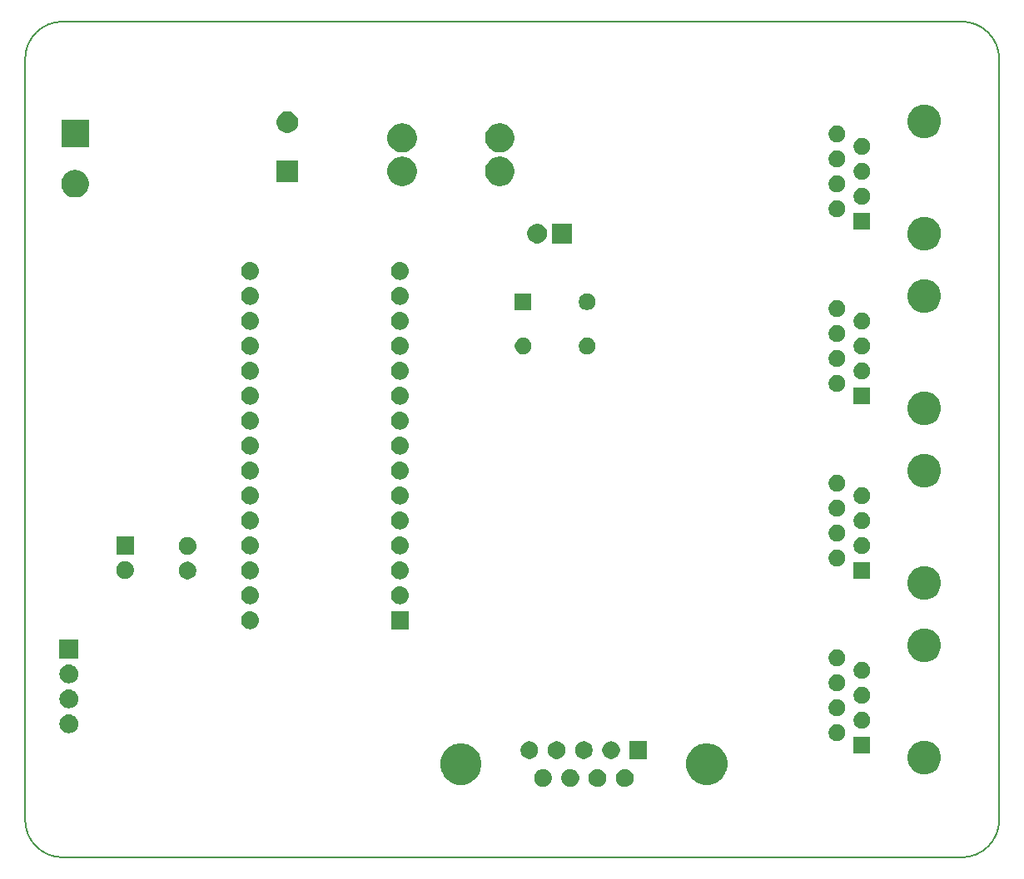
<source format=gbr>
G04 #@! TF.GenerationSoftware,KiCad,Pcbnew,(5.1.4)*
G04 #@! TF.CreationDate,2020-02-11T08:22:30-06:00*
G04 #@! TF.ProjectId,race timer,72616365-2074-4696-9d65-722e6b696361,rev?*
G04 #@! TF.SameCoordinates,PX6e37550PYe88b40*
G04 #@! TF.FileFunction,Soldermask,Top*
G04 #@! TF.FilePolarity,Negative*
%FSLAX46Y46*%
G04 Gerber Fmt 4.6, Leading zero omitted, Abs format (unit mm)*
G04 Created by KiCad (PCBNEW (5.1.4)) date 2020-02-11 08:22:30*
%MOMM*%
%LPD*%
G04 APERTURE LIST*
%ADD10C,0.150000*%
%ADD11C,0.100000*%
G04 APERTURE END LIST*
D10*
X-3810000Y0D02*
G75*
G02X0Y-3810000I0J-3810000D01*
G01*
X0Y-81280000D02*
G75*
G02X-3810000Y-85090000I-3810000J0D01*
G01*
X-99060000Y-3810000D02*
G75*
G02X-95250000Y0I3810000J0D01*
G01*
X-92710000Y-85090000D02*
X-95250000Y-85090000D01*
X-95250000Y-85090000D02*
G75*
G02X-99060000Y-81280000I0J3810000D01*
G01*
X-92710000Y0D02*
X-95250000Y0D01*
X-3810000Y0D02*
X-92710000Y0D01*
X-99060000Y-3810000D02*
X-99060000Y-81280000D01*
X0Y-81280000D02*
X0Y-3810000D01*
X-92710000Y-85090000D02*
X-3810000Y-85090000D01*
D11*
G36*
X-37883439Y-76131057D02*
G01*
X-37825480Y-76142586D01*
X-37709665Y-76190558D01*
X-37685549Y-76200547D01*
X-37661690Y-76210430D01*
X-37514283Y-76308924D01*
X-37388924Y-76434283D01*
X-37290430Y-76581690D01*
X-37222586Y-76745480D01*
X-37188000Y-76919358D01*
X-37188000Y-77096642D01*
X-37222586Y-77270520D01*
X-37290430Y-77434310D01*
X-37388924Y-77581717D01*
X-37514283Y-77707076D01*
X-37661690Y-77805570D01*
X-37825480Y-77873414D01*
X-37883439Y-77884943D01*
X-37999356Y-77908000D01*
X-38176644Y-77908000D01*
X-38292561Y-77884943D01*
X-38350520Y-77873414D01*
X-38514310Y-77805570D01*
X-38661717Y-77707076D01*
X-38787076Y-77581717D01*
X-38885570Y-77434310D01*
X-38953414Y-77270520D01*
X-38988000Y-77096642D01*
X-38988000Y-76919358D01*
X-38953414Y-76745480D01*
X-38885570Y-76581690D01*
X-38787076Y-76434283D01*
X-38661717Y-76308924D01*
X-38514310Y-76210430D01*
X-38490450Y-76200547D01*
X-38466335Y-76190558D01*
X-38350520Y-76142586D01*
X-38292561Y-76131057D01*
X-38176644Y-76108000D01*
X-37999356Y-76108000D01*
X-37883439Y-76131057D01*
X-37883439Y-76131057D01*
G37*
G36*
X-40653439Y-76131057D02*
G01*
X-40595480Y-76142586D01*
X-40479665Y-76190558D01*
X-40455549Y-76200547D01*
X-40431690Y-76210430D01*
X-40284283Y-76308924D01*
X-40158924Y-76434283D01*
X-40060430Y-76581690D01*
X-39992586Y-76745480D01*
X-39958000Y-76919358D01*
X-39958000Y-77096642D01*
X-39992586Y-77270520D01*
X-40060430Y-77434310D01*
X-40158924Y-77581717D01*
X-40284283Y-77707076D01*
X-40431690Y-77805570D01*
X-40595480Y-77873414D01*
X-40653439Y-77884943D01*
X-40769356Y-77908000D01*
X-40946644Y-77908000D01*
X-41062561Y-77884943D01*
X-41120520Y-77873414D01*
X-41284310Y-77805570D01*
X-41431717Y-77707076D01*
X-41557076Y-77581717D01*
X-41655570Y-77434310D01*
X-41723414Y-77270520D01*
X-41758000Y-77096642D01*
X-41758000Y-76919358D01*
X-41723414Y-76745480D01*
X-41655570Y-76581690D01*
X-41557076Y-76434283D01*
X-41431717Y-76308924D01*
X-41284310Y-76210430D01*
X-41260450Y-76200547D01*
X-41236335Y-76190558D01*
X-41120520Y-76142586D01*
X-41062561Y-76131057D01*
X-40946644Y-76108000D01*
X-40769356Y-76108000D01*
X-40653439Y-76131057D01*
X-40653439Y-76131057D01*
G37*
G36*
X-46193439Y-76131057D02*
G01*
X-46135480Y-76142586D01*
X-46019665Y-76190558D01*
X-45995549Y-76200547D01*
X-45971690Y-76210430D01*
X-45824283Y-76308924D01*
X-45698924Y-76434283D01*
X-45600430Y-76581690D01*
X-45532586Y-76745480D01*
X-45498000Y-76919358D01*
X-45498000Y-77096642D01*
X-45532586Y-77270520D01*
X-45600430Y-77434310D01*
X-45698924Y-77581717D01*
X-45824283Y-77707076D01*
X-45971690Y-77805570D01*
X-46135480Y-77873414D01*
X-46193439Y-77884943D01*
X-46309356Y-77908000D01*
X-46486644Y-77908000D01*
X-46602561Y-77884943D01*
X-46660520Y-77873414D01*
X-46824310Y-77805570D01*
X-46971717Y-77707076D01*
X-47097076Y-77581717D01*
X-47195570Y-77434310D01*
X-47263414Y-77270520D01*
X-47298000Y-77096642D01*
X-47298000Y-76919358D01*
X-47263414Y-76745480D01*
X-47195570Y-76581690D01*
X-47097076Y-76434283D01*
X-46971717Y-76308924D01*
X-46824310Y-76210430D01*
X-46800450Y-76200547D01*
X-46776335Y-76190558D01*
X-46660520Y-76142586D01*
X-46602561Y-76131057D01*
X-46486644Y-76108000D01*
X-46309356Y-76108000D01*
X-46193439Y-76131057D01*
X-46193439Y-76131057D01*
G37*
G36*
X-43423439Y-76131057D02*
G01*
X-43365480Y-76142586D01*
X-43249665Y-76190558D01*
X-43225549Y-76200547D01*
X-43201690Y-76210430D01*
X-43054283Y-76308924D01*
X-42928924Y-76434283D01*
X-42830430Y-76581690D01*
X-42762586Y-76745480D01*
X-42728000Y-76919358D01*
X-42728000Y-77096642D01*
X-42762586Y-77270520D01*
X-42830430Y-77434310D01*
X-42928924Y-77581717D01*
X-43054283Y-77707076D01*
X-43201690Y-77805570D01*
X-43365480Y-77873414D01*
X-43423439Y-77884943D01*
X-43539356Y-77908000D01*
X-43716644Y-77908000D01*
X-43832561Y-77884943D01*
X-43890520Y-77873414D01*
X-44054310Y-77805570D01*
X-44201717Y-77707076D01*
X-44327076Y-77581717D01*
X-44425570Y-77434310D01*
X-44493414Y-77270520D01*
X-44528000Y-77096642D01*
X-44528000Y-76919358D01*
X-44493414Y-76745480D01*
X-44425570Y-76581690D01*
X-44327076Y-76434283D01*
X-44201717Y-76308924D01*
X-44054310Y-76210430D01*
X-44030450Y-76200547D01*
X-44006335Y-76190558D01*
X-43890520Y-76142586D01*
X-43832561Y-76131057D01*
X-43716644Y-76108000D01*
X-43539356Y-76108000D01*
X-43423439Y-76131057D01*
X-43423439Y-76131057D01*
G37*
G36*
X-29130454Y-73568701D02*
G01*
X-29031902Y-73609523D01*
X-28748277Y-73727004D01*
X-28404328Y-73956823D01*
X-28111823Y-74249328D01*
X-27882004Y-74593277D01*
X-27811884Y-74762563D01*
X-27723701Y-74975454D01*
X-27643000Y-75381167D01*
X-27643000Y-75794833D01*
X-27723701Y-76200546D01*
X-27768593Y-76308924D01*
X-27882004Y-76582723D01*
X-28111823Y-76926672D01*
X-28404328Y-77219177D01*
X-28748277Y-77448996D01*
X-28972151Y-77541728D01*
X-29130454Y-77607299D01*
X-29536167Y-77688000D01*
X-29949833Y-77688000D01*
X-30355546Y-77607299D01*
X-30513849Y-77541728D01*
X-30737723Y-77448996D01*
X-31081672Y-77219177D01*
X-31374177Y-76926672D01*
X-31603996Y-76582723D01*
X-31717407Y-76308924D01*
X-31762299Y-76200546D01*
X-31843000Y-75794833D01*
X-31843000Y-75381167D01*
X-31762299Y-74975454D01*
X-31674116Y-74762563D01*
X-31603996Y-74593277D01*
X-31374177Y-74249328D01*
X-31081672Y-73956823D01*
X-30737723Y-73727004D01*
X-30454098Y-73609523D01*
X-30355546Y-73568701D01*
X-29949833Y-73488000D01*
X-29536167Y-73488000D01*
X-29130454Y-73568701D01*
X-29130454Y-73568701D01*
G37*
G36*
X-54130454Y-73568701D02*
G01*
X-54031902Y-73609523D01*
X-53748277Y-73727004D01*
X-53404328Y-73956823D01*
X-53111823Y-74249328D01*
X-52882004Y-74593277D01*
X-52811884Y-74762563D01*
X-52723701Y-74975454D01*
X-52643000Y-75381167D01*
X-52643000Y-75794833D01*
X-52723701Y-76200546D01*
X-52768593Y-76308924D01*
X-52882004Y-76582723D01*
X-53111823Y-76926672D01*
X-53404328Y-77219177D01*
X-53748277Y-77448996D01*
X-53972151Y-77541728D01*
X-54130454Y-77607299D01*
X-54536167Y-77688000D01*
X-54949833Y-77688000D01*
X-55355546Y-77607299D01*
X-55513849Y-77541728D01*
X-55737723Y-77448996D01*
X-56081672Y-77219177D01*
X-56374177Y-76926672D01*
X-56603996Y-76582723D01*
X-56717407Y-76308924D01*
X-56762299Y-76200546D01*
X-56843000Y-75794833D01*
X-56843000Y-75381167D01*
X-56762299Y-74975454D01*
X-56674116Y-74762563D01*
X-56603996Y-74593277D01*
X-56374177Y-74249328D01*
X-56081672Y-73956823D01*
X-55737723Y-73727004D01*
X-55454098Y-73609523D01*
X-55355546Y-73568701D01*
X-54949833Y-73488000D01*
X-54536167Y-73488000D01*
X-54130454Y-73568701D01*
X-54130454Y-73568701D01*
G37*
G36*
X-7288346Y-73262665D02*
G01*
X-7124128Y-73295330D01*
X-6814748Y-73423479D01*
X-6536313Y-73609523D01*
X-6299523Y-73846313D01*
X-6113479Y-74124748D01*
X-5985330Y-74434128D01*
X-5920000Y-74762565D01*
X-5920000Y-75097435D01*
X-5985330Y-75425872D01*
X-6113479Y-75735252D01*
X-6299523Y-76013687D01*
X-6536313Y-76250477D01*
X-6814748Y-76436521D01*
X-7124128Y-76564670D01*
X-7288347Y-76597335D01*
X-7452563Y-76630000D01*
X-7787437Y-76630000D01*
X-7951654Y-76597335D01*
X-8115872Y-76564670D01*
X-8425252Y-76436521D01*
X-8703687Y-76250477D01*
X-8940477Y-76013687D01*
X-9126521Y-75735252D01*
X-9254670Y-75425872D01*
X-9320000Y-75097435D01*
X-9320000Y-74762565D01*
X-9254670Y-74434128D01*
X-9126521Y-74124748D01*
X-8940477Y-73846313D01*
X-8703687Y-73609523D01*
X-8425252Y-73423479D01*
X-8115872Y-73295330D01*
X-7951653Y-73262665D01*
X-7787437Y-73230000D01*
X-7452563Y-73230000D01*
X-7288346Y-73262665D01*
X-7288346Y-73262665D01*
G37*
G36*
X-47578439Y-73291057D02*
G01*
X-47520480Y-73302586D01*
X-47356690Y-73370430D01*
X-47209283Y-73468924D01*
X-47083924Y-73594283D01*
X-46985430Y-73741690D01*
X-46917586Y-73905480D01*
X-46883000Y-74079358D01*
X-46883000Y-74256642D01*
X-46917586Y-74430520D01*
X-46985430Y-74594310D01*
X-47083924Y-74741717D01*
X-47209283Y-74867076D01*
X-47356690Y-74965570D01*
X-47356691Y-74965571D01*
X-47356692Y-74965571D01*
X-47380552Y-74975454D01*
X-47520480Y-75033414D01*
X-47578439Y-75044943D01*
X-47694356Y-75068000D01*
X-47871644Y-75068000D01*
X-47987561Y-75044943D01*
X-48045520Y-75033414D01*
X-48185448Y-74975454D01*
X-48209308Y-74965571D01*
X-48209309Y-74965571D01*
X-48209310Y-74965570D01*
X-48356717Y-74867076D01*
X-48482076Y-74741717D01*
X-48580570Y-74594310D01*
X-48648414Y-74430520D01*
X-48683000Y-74256642D01*
X-48683000Y-74079358D01*
X-48648414Y-73905480D01*
X-48580570Y-73741690D01*
X-48482076Y-73594283D01*
X-48356717Y-73468924D01*
X-48209310Y-73370430D01*
X-48045520Y-73302586D01*
X-47987561Y-73291057D01*
X-47871644Y-73268000D01*
X-47694356Y-73268000D01*
X-47578439Y-73291057D01*
X-47578439Y-73291057D01*
G37*
G36*
X-44808439Y-73291057D02*
G01*
X-44750480Y-73302586D01*
X-44586690Y-73370430D01*
X-44439283Y-73468924D01*
X-44313924Y-73594283D01*
X-44215430Y-73741690D01*
X-44147586Y-73905480D01*
X-44113000Y-74079358D01*
X-44113000Y-74256642D01*
X-44147586Y-74430520D01*
X-44215430Y-74594310D01*
X-44313924Y-74741717D01*
X-44439283Y-74867076D01*
X-44586690Y-74965570D01*
X-44586691Y-74965571D01*
X-44586692Y-74965571D01*
X-44610552Y-74975454D01*
X-44750480Y-75033414D01*
X-44808439Y-75044943D01*
X-44924356Y-75068000D01*
X-45101644Y-75068000D01*
X-45217561Y-75044943D01*
X-45275520Y-75033414D01*
X-45415448Y-74975454D01*
X-45439308Y-74965571D01*
X-45439309Y-74965571D01*
X-45439310Y-74965570D01*
X-45586717Y-74867076D01*
X-45712076Y-74741717D01*
X-45810570Y-74594310D01*
X-45878414Y-74430520D01*
X-45913000Y-74256642D01*
X-45913000Y-74079358D01*
X-45878414Y-73905480D01*
X-45810570Y-73741690D01*
X-45712076Y-73594283D01*
X-45586717Y-73468924D01*
X-45439310Y-73370430D01*
X-45275520Y-73302586D01*
X-45217561Y-73291057D01*
X-45101644Y-73268000D01*
X-44924356Y-73268000D01*
X-44808439Y-73291057D01*
X-44808439Y-73291057D01*
G37*
G36*
X-42038439Y-73291057D02*
G01*
X-41980480Y-73302586D01*
X-41816690Y-73370430D01*
X-41669283Y-73468924D01*
X-41543924Y-73594283D01*
X-41445430Y-73741690D01*
X-41377586Y-73905480D01*
X-41343000Y-74079358D01*
X-41343000Y-74256642D01*
X-41377586Y-74430520D01*
X-41445430Y-74594310D01*
X-41543924Y-74741717D01*
X-41669283Y-74867076D01*
X-41816690Y-74965570D01*
X-41816691Y-74965571D01*
X-41816692Y-74965571D01*
X-41840552Y-74975454D01*
X-41980480Y-75033414D01*
X-42038439Y-75044943D01*
X-42154356Y-75068000D01*
X-42331644Y-75068000D01*
X-42447561Y-75044943D01*
X-42505520Y-75033414D01*
X-42645448Y-74975454D01*
X-42669308Y-74965571D01*
X-42669309Y-74965571D01*
X-42669310Y-74965570D01*
X-42816717Y-74867076D01*
X-42942076Y-74741717D01*
X-43040570Y-74594310D01*
X-43108414Y-74430520D01*
X-43143000Y-74256642D01*
X-43143000Y-74079358D01*
X-43108414Y-73905480D01*
X-43040570Y-73741690D01*
X-42942076Y-73594283D01*
X-42816717Y-73468924D01*
X-42669310Y-73370430D01*
X-42505520Y-73302586D01*
X-42447561Y-73291057D01*
X-42331644Y-73268000D01*
X-42154356Y-73268000D01*
X-42038439Y-73291057D01*
X-42038439Y-73291057D01*
G37*
G36*
X-39268439Y-73291057D02*
G01*
X-39210480Y-73302586D01*
X-39046690Y-73370430D01*
X-38899283Y-73468924D01*
X-38773924Y-73594283D01*
X-38675430Y-73741690D01*
X-38607586Y-73905480D01*
X-38573000Y-74079358D01*
X-38573000Y-74256642D01*
X-38607586Y-74430520D01*
X-38675430Y-74594310D01*
X-38773924Y-74741717D01*
X-38899283Y-74867076D01*
X-39046690Y-74965570D01*
X-39046691Y-74965571D01*
X-39046692Y-74965571D01*
X-39070552Y-74975454D01*
X-39210480Y-75033414D01*
X-39268439Y-75044943D01*
X-39384356Y-75068000D01*
X-39561644Y-75068000D01*
X-39677561Y-75044943D01*
X-39735520Y-75033414D01*
X-39875448Y-74975454D01*
X-39899308Y-74965571D01*
X-39899309Y-74965571D01*
X-39899310Y-74965570D01*
X-40046717Y-74867076D01*
X-40172076Y-74741717D01*
X-40270570Y-74594310D01*
X-40338414Y-74430520D01*
X-40373000Y-74256642D01*
X-40373000Y-74079358D01*
X-40338414Y-73905480D01*
X-40270570Y-73741690D01*
X-40172076Y-73594283D01*
X-40046717Y-73468924D01*
X-39899310Y-73370430D01*
X-39735520Y-73302586D01*
X-39677561Y-73291057D01*
X-39561644Y-73268000D01*
X-39384356Y-73268000D01*
X-39268439Y-73291057D01*
X-39268439Y-73291057D01*
G37*
G36*
X-35803000Y-75068000D02*
G01*
X-37603000Y-75068000D01*
X-37603000Y-73268000D01*
X-35803000Y-73268000D01*
X-35803000Y-75068000D01*
X-35803000Y-75068000D01*
G37*
G36*
X-13120000Y-74510000D02*
G01*
X-14820000Y-74510000D01*
X-14820000Y-72810000D01*
X-13120000Y-72810000D01*
X-13120000Y-74510000D01*
X-13120000Y-74510000D01*
G37*
G36*
X-16262066Y-71572664D02*
G01*
X-16107375Y-71636739D01*
X-16107374Y-71636740D01*
X-15968156Y-71729762D01*
X-15849762Y-71848156D01*
X-15802935Y-71918238D01*
X-15756739Y-71987375D01*
X-15692664Y-72142066D01*
X-15660000Y-72306281D01*
X-15660000Y-72473719D01*
X-15692664Y-72637934D01*
X-15756739Y-72792625D01*
X-15756740Y-72792626D01*
X-15849762Y-72931844D01*
X-15968156Y-73050238D01*
X-16038238Y-73097065D01*
X-16107375Y-73143261D01*
X-16262066Y-73207336D01*
X-16426281Y-73240000D01*
X-16593719Y-73240000D01*
X-16757934Y-73207336D01*
X-16912625Y-73143261D01*
X-16981762Y-73097065D01*
X-17051844Y-73050238D01*
X-17170238Y-72931844D01*
X-17263260Y-72792626D01*
X-17263261Y-72792625D01*
X-17327336Y-72637934D01*
X-17360000Y-72473719D01*
X-17360000Y-72306281D01*
X-17327336Y-72142066D01*
X-17263261Y-71987375D01*
X-17217065Y-71918238D01*
X-17170238Y-71848156D01*
X-17051844Y-71729762D01*
X-16912626Y-71636740D01*
X-16912625Y-71636739D01*
X-16757934Y-71572664D01*
X-16593719Y-71540000D01*
X-16426281Y-71540000D01*
X-16262066Y-71572664D01*
X-16262066Y-71572664D01*
G37*
G36*
X-94428768Y-70564746D02*
G01*
X-94249692Y-70619068D01*
X-94167174Y-70663175D01*
X-94084656Y-70707281D01*
X-93939999Y-70825999D01*
X-93902192Y-70872066D01*
X-93821282Y-70970655D01*
X-93733068Y-71135692D01*
X-93678746Y-71314768D01*
X-93660404Y-71501000D01*
X-93678746Y-71687232D01*
X-93733068Y-71866308D01*
X-93771033Y-71937335D01*
X-93821281Y-72031344D01*
X-93939999Y-72176001D01*
X-94084656Y-72294719D01*
X-94167174Y-72338825D01*
X-94249692Y-72382932D01*
X-94428768Y-72437254D01*
X-94568334Y-72451000D01*
X-94661666Y-72451000D01*
X-94801232Y-72437254D01*
X-94980308Y-72382932D01*
X-95062826Y-72338825D01*
X-95145344Y-72294719D01*
X-95290001Y-72176001D01*
X-95408719Y-72031344D01*
X-95458967Y-71937335D01*
X-95496932Y-71866308D01*
X-95551254Y-71687232D01*
X-95569596Y-71501000D01*
X-95551254Y-71314768D01*
X-95496932Y-71135692D01*
X-95408718Y-70970655D01*
X-95327807Y-70872066D01*
X-95290001Y-70825999D01*
X-95145344Y-70707281D01*
X-95062826Y-70663175D01*
X-94980308Y-70619068D01*
X-94801232Y-70564746D01*
X-94661666Y-70551000D01*
X-94568334Y-70551000D01*
X-94428768Y-70564746D01*
X-94428768Y-70564746D01*
G37*
G36*
X-13722066Y-70302664D02*
G01*
X-13567375Y-70366739D01*
X-13567374Y-70366740D01*
X-13428156Y-70459762D01*
X-13309762Y-70578156D01*
X-13282426Y-70619068D01*
X-13216739Y-70717375D01*
X-13152664Y-70872066D01*
X-13120000Y-71036281D01*
X-13120000Y-71203719D01*
X-13152664Y-71367934D01*
X-13216739Y-71522625D01*
X-13216740Y-71522626D01*
X-13309762Y-71661844D01*
X-13428156Y-71780238D01*
X-13498238Y-71827065D01*
X-13567375Y-71873261D01*
X-13722066Y-71937336D01*
X-13886281Y-71970000D01*
X-14053719Y-71970000D01*
X-14217934Y-71937336D01*
X-14372625Y-71873261D01*
X-14441762Y-71827065D01*
X-14511844Y-71780238D01*
X-14630238Y-71661844D01*
X-14723260Y-71522626D01*
X-14723261Y-71522625D01*
X-14787336Y-71367934D01*
X-14820000Y-71203719D01*
X-14820000Y-71036281D01*
X-14787336Y-70872066D01*
X-14723261Y-70717375D01*
X-14657574Y-70619068D01*
X-14630238Y-70578156D01*
X-14511844Y-70459762D01*
X-14372626Y-70366740D01*
X-14372625Y-70366739D01*
X-14217934Y-70302664D01*
X-14053719Y-70270000D01*
X-13886281Y-70270000D01*
X-13722066Y-70302664D01*
X-13722066Y-70302664D01*
G37*
G36*
X-16262066Y-69032664D02*
G01*
X-16107375Y-69096739D01*
X-16107374Y-69096740D01*
X-15968156Y-69189762D01*
X-15849762Y-69308156D01*
X-15802935Y-69378238D01*
X-15756739Y-69447375D01*
X-15692664Y-69602066D01*
X-15660000Y-69766281D01*
X-15660000Y-69933719D01*
X-15692664Y-70097934D01*
X-15756739Y-70252625D01*
X-15756740Y-70252626D01*
X-15849762Y-70391844D01*
X-15968156Y-70510238D01*
X-16029161Y-70551000D01*
X-16107375Y-70603261D01*
X-16262066Y-70667336D01*
X-16426281Y-70700000D01*
X-16593719Y-70700000D01*
X-16757934Y-70667336D01*
X-16912625Y-70603261D01*
X-16990839Y-70551000D01*
X-17051844Y-70510238D01*
X-17170238Y-70391844D01*
X-17263260Y-70252626D01*
X-17263261Y-70252625D01*
X-17327336Y-70097934D01*
X-17360000Y-69933719D01*
X-17360000Y-69766281D01*
X-17327336Y-69602066D01*
X-17263261Y-69447375D01*
X-17217065Y-69378238D01*
X-17170238Y-69308156D01*
X-17051844Y-69189762D01*
X-16912626Y-69096740D01*
X-16912625Y-69096739D01*
X-16757934Y-69032664D01*
X-16593719Y-69000000D01*
X-16426281Y-69000000D01*
X-16262066Y-69032664D01*
X-16262066Y-69032664D01*
G37*
G36*
X-94428768Y-68024746D02*
G01*
X-94249692Y-68079068D01*
X-94167174Y-68123175D01*
X-94084656Y-68167281D01*
X-93939999Y-68285999D01*
X-93902192Y-68332066D01*
X-93821282Y-68430655D01*
X-93733068Y-68595692D01*
X-93678746Y-68774768D01*
X-93660404Y-68961000D01*
X-93678746Y-69147232D01*
X-93733068Y-69326308D01*
X-93771033Y-69397335D01*
X-93821281Y-69491344D01*
X-93939999Y-69636001D01*
X-94084656Y-69754719D01*
X-94167173Y-69798825D01*
X-94249692Y-69842932D01*
X-94428768Y-69897254D01*
X-94568334Y-69911000D01*
X-94661666Y-69911000D01*
X-94801232Y-69897254D01*
X-94980308Y-69842932D01*
X-95062827Y-69798825D01*
X-95145344Y-69754719D01*
X-95290001Y-69636001D01*
X-95408719Y-69491344D01*
X-95458967Y-69397335D01*
X-95496932Y-69326308D01*
X-95551254Y-69147232D01*
X-95569596Y-68961000D01*
X-95551254Y-68774768D01*
X-95496932Y-68595692D01*
X-95408718Y-68430655D01*
X-95327807Y-68332066D01*
X-95290001Y-68285999D01*
X-95145344Y-68167281D01*
X-95062826Y-68123175D01*
X-94980308Y-68079068D01*
X-94801232Y-68024746D01*
X-94661666Y-68011000D01*
X-94568334Y-68011000D01*
X-94428768Y-68024746D01*
X-94428768Y-68024746D01*
G37*
G36*
X-13722066Y-67762664D02*
G01*
X-13567375Y-67826739D01*
X-13567374Y-67826740D01*
X-13428156Y-67919762D01*
X-13309762Y-68038156D01*
X-13282426Y-68079068D01*
X-13216739Y-68177375D01*
X-13152664Y-68332066D01*
X-13120000Y-68496281D01*
X-13120000Y-68663719D01*
X-13152664Y-68827934D01*
X-13216739Y-68982625D01*
X-13216740Y-68982626D01*
X-13309762Y-69121844D01*
X-13428156Y-69240238D01*
X-13498238Y-69287065D01*
X-13567375Y-69333261D01*
X-13722066Y-69397336D01*
X-13886281Y-69430000D01*
X-14053719Y-69430000D01*
X-14217934Y-69397336D01*
X-14372625Y-69333261D01*
X-14441762Y-69287065D01*
X-14511844Y-69240238D01*
X-14630238Y-69121844D01*
X-14723260Y-68982626D01*
X-14723261Y-68982625D01*
X-14787336Y-68827934D01*
X-14820000Y-68663719D01*
X-14820000Y-68496281D01*
X-14787336Y-68332066D01*
X-14723261Y-68177375D01*
X-14657574Y-68079068D01*
X-14630238Y-68038156D01*
X-14511844Y-67919762D01*
X-14372626Y-67826740D01*
X-14372625Y-67826739D01*
X-14217934Y-67762664D01*
X-14053719Y-67730000D01*
X-13886281Y-67730000D01*
X-13722066Y-67762664D01*
X-13722066Y-67762664D01*
G37*
G36*
X-16262066Y-66492664D02*
G01*
X-16107375Y-66556739D01*
X-16107374Y-66556740D01*
X-15968156Y-66649762D01*
X-15849762Y-66768156D01*
X-15802935Y-66838238D01*
X-15756739Y-66907375D01*
X-15692664Y-67062066D01*
X-15660000Y-67226281D01*
X-15660000Y-67393719D01*
X-15692664Y-67557934D01*
X-15756739Y-67712625D01*
X-15756740Y-67712626D01*
X-15849762Y-67851844D01*
X-15968156Y-67970238D01*
X-16029161Y-68011000D01*
X-16107375Y-68063261D01*
X-16262066Y-68127336D01*
X-16426281Y-68160000D01*
X-16593719Y-68160000D01*
X-16757934Y-68127336D01*
X-16912625Y-68063261D01*
X-16990839Y-68011000D01*
X-17051844Y-67970238D01*
X-17170238Y-67851844D01*
X-17263260Y-67712626D01*
X-17263261Y-67712625D01*
X-17327336Y-67557934D01*
X-17360000Y-67393719D01*
X-17360000Y-67226281D01*
X-17327336Y-67062066D01*
X-17263261Y-66907375D01*
X-17217065Y-66838238D01*
X-17170238Y-66768156D01*
X-17051844Y-66649762D01*
X-16912626Y-66556740D01*
X-16912625Y-66556739D01*
X-16757934Y-66492664D01*
X-16593719Y-66460000D01*
X-16426281Y-66460000D01*
X-16262066Y-66492664D01*
X-16262066Y-66492664D01*
G37*
G36*
X-94428768Y-65484746D02*
G01*
X-94249692Y-65539068D01*
X-94167173Y-65583175D01*
X-94084656Y-65627281D01*
X-93939999Y-65745999D01*
X-93902192Y-65792066D01*
X-93821282Y-65890655D01*
X-93733068Y-66055692D01*
X-93678746Y-66234768D01*
X-93660404Y-66421000D01*
X-93678746Y-66607232D01*
X-93733068Y-66786308D01*
X-93771033Y-66857335D01*
X-93821281Y-66951344D01*
X-93939999Y-67096001D01*
X-94084656Y-67214719D01*
X-94167173Y-67258825D01*
X-94249692Y-67302932D01*
X-94428768Y-67357254D01*
X-94568334Y-67371000D01*
X-94661666Y-67371000D01*
X-94801232Y-67357254D01*
X-94980308Y-67302932D01*
X-95062827Y-67258825D01*
X-95145344Y-67214719D01*
X-95290001Y-67096001D01*
X-95408719Y-66951344D01*
X-95458967Y-66857335D01*
X-95496932Y-66786308D01*
X-95551254Y-66607232D01*
X-95569596Y-66421000D01*
X-95551254Y-66234768D01*
X-95496932Y-66055692D01*
X-95408718Y-65890655D01*
X-95327807Y-65792066D01*
X-95290001Y-65745999D01*
X-95145344Y-65627281D01*
X-95062827Y-65583175D01*
X-94980308Y-65539068D01*
X-94801232Y-65484746D01*
X-94661666Y-65471000D01*
X-94568334Y-65471000D01*
X-94428768Y-65484746D01*
X-94428768Y-65484746D01*
G37*
G36*
X-13722066Y-65222664D02*
G01*
X-13567375Y-65286739D01*
X-13567374Y-65286740D01*
X-13428156Y-65379762D01*
X-13309762Y-65498156D01*
X-13282426Y-65539068D01*
X-13216739Y-65637375D01*
X-13152664Y-65792066D01*
X-13120000Y-65956281D01*
X-13120000Y-66123719D01*
X-13152664Y-66287934D01*
X-13216739Y-66442625D01*
X-13216740Y-66442626D01*
X-13309762Y-66581844D01*
X-13428156Y-66700238D01*
X-13498238Y-66747065D01*
X-13567375Y-66793261D01*
X-13722066Y-66857336D01*
X-13886281Y-66890000D01*
X-14053719Y-66890000D01*
X-14217934Y-66857336D01*
X-14372625Y-66793261D01*
X-14441762Y-66747065D01*
X-14511844Y-66700238D01*
X-14630238Y-66581844D01*
X-14723260Y-66442626D01*
X-14723261Y-66442625D01*
X-14787336Y-66287934D01*
X-14820000Y-66123719D01*
X-14820000Y-65956281D01*
X-14787336Y-65792066D01*
X-14723261Y-65637375D01*
X-14657574Y-65539068D01*
X-14630238Y-65498156D01*
X-14511844Y-65379762D01*
X-14372626Y-65286740D01*
X-14372625Y-65286739D01*
X-14217934Y-65222664D01*
X-14053719Y-65190000D01*
X-13886281Y-65190000D01*
X-13722066Y-65222664D01*
X-13722066Y-65222664D01*
G37*
G36*
X-16262066Y-63952664D02*
G01*
X-16107375Y-64016739D01*
X-16107374Y-64016740D01*
X-15968156Y-64109762D01*
X-15849762Y-64228156D01*
X-15849761Y-64228158D01*
X-15756739Y-64367375D01*
X-15692664Y-64522066D01*
X-15660000Y-64686281D01*
X-15660000Y-64853719D01*
X-15692664Y-65017934D01*
X-15756739Y-65172625D01*
X-15790174Y-65222664D01*
X-15849762Y-65311844D01*
X-15968156Y-65430238D01*
X-16029161Y-65471000D01*
X-16107375Y-65523261D01*
X-16262066Y-65587336D01*
X-16426281Y-65620000D01*
X-16593719Y-65620000D01*
X-16757934Y-65587336D01*
X-16912625Y-65523261D01*
X-16990839Y-65471000D01*
X-17051844Y-65430238D01*
X-17170238Y-65311844D01*
X-17229826Y-65222664D01*
X-17263261Y-65172625D01*
X-17327336Y-65017934D01*
X-17360000Y-64853719D01*
X-17360000Y-64686281D01*
X-17327336Y-64522066D01*
X-17263261Y-64367375D01*
X-17170239Y-64228158D01*
X-17170238Y-64228156D01*
X-17051844Y-64109762D01*
X-16912626Y-64016740D01*
X-16912625Y-64016739D01*
X-16757934Y-63952664D01*
X-16593719Y-63920000D01*
X-16426281Y-63920000D01*
X-16262066Y-63952664D01*
X-16262066Y-63952664D01*
G37*
G36*
X-7288346Y-61832665D02*
G01*
X-7124128Y-61865330D01*
X-6814748Y-61993479D01*
X-6536313Y-62179523D01*
X-6299523Y-62416313D01*
X-6113479Y-62694748D01*
X-5985330Y-63004128D01*
X-5920000Y-63332565D01*
X-5920000Y-63667435D01*
X-5985330Y-63995872D01*
X-6113479Y-64305252D01*
X-6299523Y-64583687D01*
X-6536313Y-64820477D01*
X-6814748Y-65006521D01*
X-7124128Y-65134670D01*
X-7288346Y-65167335D01*
X-7452563Y-65200000D01*
X-7787437Y-65200000D01*
X-7951654Y-65167335D01*
X-8115872Y-65134670D01*
X-8425252Y-65006521D01*
X-8703687Y-64820477D01*
X-8940477Y-64583687D01*
X-9126521Y-64305252D01*
X-9254670Y-63995872D01*
X-9320000Y-63667435D01*
X-9320000Y-63332565D01*
X-9254670Y-63004128D01*
X-9126521Y-62694748D01*
X-8940477Y-62416313D01*
X-8703687Y-62179523D01*
X-8425252Y-61993479D01*
X-8115872Y-61865330D01*
X-7951654Y-61832665D01*
X-7787437Y-61800000D01*
X-7452563Y-61800000D01*
X-7288346Y-61832665D01*
X-7288346Y-61832665D01*
G37*
G36*
X-93665000Y-64831000D02*
G01*
X-95565000Y-64831000D01*
X-95565000Y-62931000D01*
X-93665000Y-62931000D01*
X-93665000Y-64831000D01*
X-93665000Y-64831000D01*
G37*
G36*
X-76023570Y-60073022D02*
G01*
X-75853917Y-60124486D01*
X-75697569Y-60208055D01*
X-75560525Y-60320525D01*
X-75448055Y-60457569D01*
X-75364486Y-60613917D01*
X-75313022Y-60783570D01*
X-75295646Y-60960000D01*
X-75313022Y-61136430D01*
X-75364486Y-61306083D01*
X-75448055Y-61462431D01*
X-75560525Y-61599475D01*
X-75697569Y-61711945D01*
X-75853917Y-61795514D01*
X-76023570Y-61846978D01*
X-76155789Y-61860000D01*
X-76244211Y-61860000D01*
X-76376430Y-61846978D01*
X-76546083Y-61795514D01*
X-76702431Y-61711945D01*
X-76839475Y-61599475D01*
X-76951945Y-61462431D01*
X-77035514Y-61306083D01*
X-77086978Y-61136430D01*
X-77104354Y-60960000D01*
X-77086978Y-60783570D01*
X-77035514Y-60613917D01*
X-76951945Y-60457569D01*
X-76839475Y-60320525D01*
X-76702431Y-60208055D01*
X-76546083Y-60124486D01*
X-76376430Y-60073022D01*
X-76244211Y-60060000D01*
X-76155789Y-60060000D01*
X-76023570Y-60073022D01*
X-76023570Y-60073022D01*
G37*
G36*
X-60060000Y-61860000D02*
G01*
X-61860000Y-61860000D01*
X-61860000Y-60060000D01*
X-60060000Y-60060000D01*
X-60060000Y-61860000D01*
X-60060000Y-61860000D01*
G37*
G36*
X-60783570Y-57533022D02*
G01*
X-60613917Y-57584486D01*
X-60457569Y-57668055D01*
X-60320525Y-57780525D01*
X-60208055Y-57917569D01*
X-60124486Y-58073917D01*
X-60073022Y-58243570D01*
X-60055646Y-58420000D01*
X-60073022Y-58596430D01*
X-60124486Y-58766083D01*
X-60208055Y-58922431D01*
X-60320525Y-59059475D01*
X-60457569Y-59171945D01*
X-60613917Y-59255514D01*
X-60783570Y-59306978D01*
X-60915789Y-59320000D01*
X-61004211Y-59320000D01*
X-61136430Y-59306978D01*
X-61306083Y-59255514D01*
X-61462431Y-59171945D01*
X-61599475Y-59059475D01*
X-61711945Y-58922431D01*
X-61795514Y-58766083D01*
X-61846978Y-58596430D01*
X-61864354Y-58420000D01*
X-61846978Y-58243570D01*
X-61795514Y-58073917D01*
X-61711945Y-57917569D01*
X-61599475Y-57780525D01*
X-61462431Y-57668055D01*
X-61306083Y-57584486D01*
X-61136430Y-57533022D01*
X-61004211Y-57520000D01*
X-60915789Y-57520000D01*
X-60783570Y-57533022D01*
X-60783570Y-57533022D01*
G37*
G36*
X-76023570Y-57533022D02*
G01*
X-75853917Y-57584486D01*
X-75697569Y-57668055D01*
X-75560525Y-57780525D01*
X-75448055Y-57917569D01*
X-75364486Y-58073917D01*
X-75313022Y-58243570D01*
X-75295646Y-58420000D01*
X-75313022Y-58596430D01*
X-75364486Y-58766083D01*
X-75448055Y-58922431D01*
X-75560525Y-59059475D01*
X-75697569Y-59171945D01*
X-75853917Y-59255514D01*
X-76023570Y-59306978D01*
X-76155789Y-59320000D01*
X-76244211Y-59320000D01*
X-76376430Y-59306978D01*
X-76546083Y-59255514D01*
X-76702431Y-59171945D01*
X-76839475Y-59059475D01*
X-76951945Y-58922431D01*
X-77035514Y-58766083D01*
X-77086978Y-58596430D01*
X-77104354Y-58420000D01*
X-77086978Y-58243570D01*
X-77035514Y-58073917D01*
X-76951945Y-57917569D01*
X-76839475Y-57780525D01*
X-76702431Y-57668055D01*
X-76546083Y-57584486D01*
X-76376430Y-57533022D01*
X-76244211Y-57520000D01*
X-76155789Y-57520000D01*
X-76023570Y-57533022D01*
X-76023570Y-57533022D01*
G37*
G36*
X-7288347Y-55482665D02*
G01*
X-7124128Y-55515330D01*
X-6814748Y-55643479D01*
X-6536313Y-55829523D01*
X-6299523Y-56066313D01*
X-6113479Y-56344748D01*
X-5985330Y-56654128D01*
X-5920000Y-56982565D01*
X-5920000Y-57317435D01*
X-5985330Y-57645872D01*
X-6113479Y-57955252D01*
X-6299523Y-58233687D01*
X-6536313Y-58470477D01*
X-6814748Y-58656521D01*
X-7124128Y-58784670D01*
X-7288346Y-58817335D01*
X-7452563Y-58850000D01*
X-7787437Y-58850000D01*
X-7951654Y-58817335D01*
X-8115872Y-58784670D01*
X-8425252Y-58656521D01*
X-8703687Y-58470477D01*
X-8940477Y-58233687D01*
X-9126521Y-57955252D01*
X-9254670Y-57645872D01*
X-9320000Y-57317435D01*
X-9320000Y-56982565D01*
X-9254670Y-56654128D01*
X-9126521Y-56344748D01*
X-8940477Y-56066313D01*
X-8703687Y-55829523D01*
X-8425252Y-55643479D01*
X-8115872Y-55515330D01*
X-7951653Y-55482665D01*
X-7787437Y-55450000D01*
X-7452563Y-55450000D01*
X-7288347Y-55482665D01*
X-7288347Y-55482665D01*
G37*
G36*
X-82345439Y-55003057D02*
G01*
X-82287480Y-55014586D01*
X-82123690Y-55082430D01*
X-81976283Y-55180924D01*
X-81850924Y-55306283D01*
X-81752430Y-55453690D01*
X-81684586Y-55617480D01*
X-81650000Y-55791358D01*
X-81650000Y-55968642D01*
X-81684586Y-56142520D01*
X-81752430Y-56306310D01*
X-81850924Y-56453717D01*
X-81976283Y-56579076D01*
X-82123690Y-56677570D01*
X-82287480Y-56745414D01*
X-82345439Y-56756943D01*
X-82461356Y-56780000D01*
X-82638644Y-56780000D01*
X-82754561Y-56756943D01*
X-82812520Y-56745414D01*
X-82976310Y-56677570D01*
X-83123717Y-56579076D01*
X-83249076Y-56453717D01*
X-83347570Y-56306310D01*
X-83415414Y-56142520D01*
X-83450000Y-55968642D01*
X-83450000Y-55791358D01*
X-83415414Y-55617480D01*
X-83347570Y-55453690D01*
X-83249076Y-55306283D01*
X-83123717Y-55180924D01*
X-82976310Y-55082430D01*
X-82812520Y-55014586D01*
X-82754561Y-55003057D01*
X-82638644Y-54980000D01*
X-82461356Y-54980000D01*
X-82345439Y-55003057D01*
X-82345439Y-55003057D01*
G37*
G36*
X-60783570Y-54993022D02*
G01*
X-60613917Y-55044486D01*
X-60457569Y-55128055D01*
X-60320525Y-55240525D01*
X-60208055Y-55377569D01*
X-60124486Y-55533917D01*
X-60073022Y-55703570D01*
X-60055646Y-55880000D01*
X-60073022Y-56056430D01*
X-60124486Y-56226083D01*
X-60208055Y-56382431D01*
X-60320525Y-56519475D01*
X-60457569Y-56631945D01*
X-60613917Y-56715514D01*
X-60783570Y-56766978D01*
X-60915789Y-56780000D01*
X-61004211Y-56780000D01*
X-61136430Y-56766978D01*
X-61306083Y-56715514D01*
X-61462431Y-56631945D01*
X-61599475Y-56519475D01*
X-61711945Y-56382431D01*
X-61795514Y-56226083D01*
X-61846978Y-56056430D01*
X-61864354Y-55880000D01*
X-61846978Y-55703570D01*
X-61795514Y-55533917D01*
X-61711945Y-55377569D01*
X-61599475Y-55240525D01*
X-61462431Y-55128055D01*
X-61306083Y-55044486D01*
X-61136430Y-54993022D01*
X-61004211Y-54980000D01*
X-60915789Y-54980000D01*
X-60783570Y-54993022D01*
X-60783570Y-54993022D01*
G37*
G36*
X-76023570Y-54993022D02*
G01*
X-75853917Y-55044486D01*
X-75697569Y-55128055D01*
X-75560525Y-55240525D01*
X-75448055Y-55377569D01*
X-75364486Y-55533917D01*
X-75313022Y-55703570D01*
X-75295646Y-55880000D01*
X-75313022Y-56056430D01*
X-75364486Y-56226083D01*
X-75448055Y-56382431D01*
X-75560525Y-56519475D01*
X-75697569Y-56631945D01*
X-75853917Y-56715514D01*
X-76023570Y-56766978D01*
X-76155789Y-56780000D01*
X-76244211Y-56780000D01*
X-76376430Y-56766978D01*
X-76546083Y-56715514D01*
X-76702431Y-56631945D01*
X-76839475Y-56519475D01*
X-76951945Y-56382431D01*
X-77035514Y-56226083D01*
X-77086978Y-56056430D01*
X-77104354Y-55880000D01*
X-77086978Y-55703570D01*
X-77035514Y-55533917D01*
X-76951945Y-55377569D01*
X-76839475Y-55240525D01*
X-76702431Y-55128055D01*
X-76546083Y-55044486D01*
X-76376430Y-54993022D01*
X-76244211Y-54980000D01*
X-76155789Y-54980000D01*
X-76023570Y-54993022D01*
X-76023570Y-54993022D01*
G37*
G36*
X-88695439Y-54963057D02*
G01*
X-88637480Y-54974586D01*
X-88473690Y-55042430D01*
X-88326283Y-55140924D01*
X-88200924Y-55266283D01*
X-88102430Y-55413690D01*
X-88052630Y-55533917D01*
X-88034586Y-55577481D01*
X-88009505Y-55703569D01*
X-88000000Y-55751358D01*
X-88000000Y-55928642D01*
X-88034586Y-56102520D01*
X-88102430Y-56266310D01*
X-88200924Y-56413717D01*
X-88326283Y-56539076D01*
X-88473690Y-56637570D01*
X-88637480Y-56705414D01*
X-88688257Y-56715514D01*
X-88811356Y-56740000D01*
X-88988644Y-56740000D01*
X-89111743Y-56715514D01*
X-89162520Y-56705414D01*
X-89326310Y-56637570D01*
X-89473717Y-56539076D01*
X-89599076Y-56413717D01*
X-89697570Y-56266310D01*
X-89765414Y-56102520D01*
X-89800000Y-55928642D01*
X-89800000Y-55751358D01*
X-89790494Y-55703569D01*
X-89765414Y-55577481D01*
X-89747369Y-55533917D01*
X-89697570Y-55413690D01*
X-89599076Y-55266283D01*
X-89473717Y-55140924D01*
X-89326310Y-55042430D01*
X-89162520Y-54974586D01*
X-89104561Y-54963057D01*
X-88988644Y-54940000D01*
X-88811356Y-54940000D01*
X-88695439Y-54963057D01*
X-88695439Y-54963057D01*
G37*
G36*
X-13120000Y-56730000D02*
G01*
X-14820000Y-56730000D01*
X-14820000Y-55030000D01*
X-13120000Y-55030000D01*
X-13120000Y-56730000D01*
X-13120000Y-56730000D01*
G37*
G36*
X-16262066Y-53792664D02*
G01*
X-16107375Y-53856739D01*
X-16107374Y-53856740D01*
X-15968156Y-53949762D01*
X-15849762Y-54068156D01*
X-15802935Y-54138238D01*
X-15756739Y-54207375D01*
X-15692664Y-54362066D01*
X-15660000Y-54526281D01*
X-15660000Y-54693719D01*
X-15692664Y-54857934D01*
X-15756739Y-55012625D01*
X-15776654Y-55042430D01*
X-15849762Y-55151844D01*
X-15968156Y-55270238D01*
X-16038238Y-55317065D01*
X-16107375Y-55363261D01*
X-16262066Y-55427336D01*
X-16426281Y-55460000D01*
X-16593719Y-55460000D01*
X-16757934Y-55427336D01*
X-16912625Y-55363261D01*
X-16981762Y-55317065D01*
X-17051844Y-55270238D01*
X-17170238Y-55151844D01*
X-17243346Y-55042430D01*
X-17263261Y-55012625D01*
X-17327336Y-54857934D01*
X-17360000Y-54693719D01*
X-17360000Y-54526281D01*
X-17327336Y-54362066D01*
X-17263261Y-54207375D01*
X-17217065Y-54138238D01*
X-17170238Y-54068156D01*
X-17051844Y-53949762D01*
X-16912626Y-53856740D01*
X-16912625Y-53856739D01*
X-16757934Y-53792664D01*
X-16593719Y-53760000D01*
X-16426281Y-53760000D01*
X-16262066Y-53792664D01*
X-16262066Y-53792664D01*
G37*
G36*
X-82345439Y-52503057D02*
G01*
X-82287480Y-52514586D01*
X-82123690Y-52582430D01*
X-81976283Y-52680924D01*
X-81850924Y-52806283D01*
X-81752430Y-52953690D01*
X-81752429Y-52953692D01*
X-81684586Y-53117481D01*
X-81650000Y-53291356D01*
X-81650000Y-53468644D01*
X-81673057Y-53584561D01*
X-81684586Y-53642520D01*
X-81752430Y-53806310D01*
X-81850924Y-53953717D01*
X-81976283Y-54079076D01*
X-82123690Y-54177570D01*
X-82287480Y-54245414D01*
X-82345439Y-54256943D01*
X-82461356Y-54280000D01*
X-82638644Y-54280000D01*
X-82754561Y-54256943D01*
X-82812520Y-54245414D01*
X-82976310Y-54177570D01*
X-83123717Y-54079076D01*
X-83249076Y-53953717D01*
X-83347570Y-53806310D01*
X-83415414Y-53642520D01*
X-83426943Y-53584561D01*
X-83450000Y-53468644D01*
X-83450000Y-53291356D01*
X-83415414Y-53117481D01*
X-83347571Y-52953692D01*
X-83347570Y-52953690D01*
X-83249076Y-52806283D01*
X-83123717Y-52680924D01*
X-82976310Y-52582430D01*
X-82812520Y-52514586D01*
X-82754561Y-52503057D01*
X-82638644Y-52480000D01*
X-82461356Y-52480000D01*
X-82345439Y-52503057D01*
X-82345439Y-52503057D01*
G37*
G36*
X-76023570Y-52453022D02*
G01*
X-75853917Y-52504486D01*
X-75697569Y-52588055D01*
X-75560525Y-52700525D01*
X-75448055Y-52837569D01*
X-75364486Y-52993917D01*
X-75313022Y-53163570D01*
X-75295646Y-53340000D01*
X-75313022Y-53516430D01*
X-75364486Y-53686083D01*
X-75448055Y-53842431D01*
X-75560525Y-53979475D01*
X-75697569Y-54091945D01*
X-75853917Y-54175514D01*
X-76023570Y-54226978D01*
X-76155789Y-54240000D01*
X-76244211Y-54240000D01*
X-76376430Y-54226978D01*
X-76546083Y-54175514D01*
X-76702431Y-54091945D01*
X-76839475Y-53979475D01*
X-76951945Y-53842431D01*
X-77035514Y-53686083D01*
X-77086978Y-53516430D01*
X-77104354Y-53340000D01*
X-77086978Y-53163570D01*
X-77035514Y-52993917D01*
X-76951945Y-52837569D01*
X-76839475Y-52700525D01*
X-76702431Y-52588055D01*
X-76546083Y-52504486D01*
X-76376430Y-52453022D01*
X-76244211Y-52440000D01*
X-76155789Y-52440000D01*
X-76023570Y-52453022D01*
X-76023570Y-52453022D01*
G37*
G36*
X-60783570Y-52453022D02*
G01*
X-60613917Y-52504486D01*
X-60457569Y-52588055D01*
X-60320525Y-52700525D01*
X-60208055Y-52837569D01*
X-60124486Y-52993917D01*
X-60073022Y-53163570D01*
X-60055646Y-53340000D01*
X-60073022Y-53516430D01*
X-60124486Y-53686083D01*
X-60208055Y-53842431D01*
X-60320525Y-53979475D01*
X-60457569Y-54091945D01*
X-60613917Y-54175514D01*
X-60783570Y-54226978D01*
X-60915789Y-54240000D01*
X-61004211Y-54240000D01*
X-61136430Y-54226978D01*
X-61306083Y-54175514D01*
X-61462431Y-54091945D01*
X-61599475Y-53979475D01*
X-61711945Y-53842431D01*
X-61795514Y-53686083D01*
X-61846978Y-53516430D01*
X-61864354Y-53340000D01*
X-61846978Y-53163570D01*
X-61795514Y-52993917D01*
X-61711945Y-52837569D01*
X-61599475Y-52700525D01*
X-61462431Y-52588055D01*
X-61306083Y-52504486D01*
X-61136430Y-52453022D01*
X-61004211Y-52440000D01*
X-60915789Y-52440000D01*
X-60783570Y-52453022D01*
X-60783570Y-52453022D01*
G37*
G36*
X-88000000Y-54240000D02*
G01*
X-89800000Y-54240000D01*
X-89800000Y-52440000D01*
X-88000000Y-52440000D01*
X-88000000Y-54240000D01*
X-88000000Y-54240000D01*
G37*
G36*
X-13722066Y-52522664D02*
G01*
X-13567375Y-52586739D01*
X-13529806Y-52611842D01*
X-13428156Y-52679762D01*
X-13309762Y-52798156D01*
X-13283428Y-52837568D01*
X-13216739Y-52937375D01*
X-13152664Y-53092066D01*
X-13120000Y-53256281D01*
X-13120000Y-53423719D01*
X-13152664Y-53587934D01*
X-13216739Y-53742625D01*
X-13216740Y-53742626D01*
X-13309762Y-53881844D01*
X-13428156Y-54000238D01*
X-13498238Y-54047065D01*
X-13567375Y-54093261D01*
X-13722066Y-54157336D01*
X-13886281Y-54190000D01*
X-14053719Y-54190000D01*
X-14217934Y-54157336D01*
X-14372625Y-54093261D01*
X-14441762Y-54047065D01*
X-14511844Y-54000238D01*
X-14630238Y-53881844D01*
X-14723260Y-53742626D01*
X-14723261Y-53742625D01*
X-14787336Y-53587934D01*
X-14820000Y-53423719D01*
X-14820000Y-53256281D01*
X-14787336Y-53092066D01*
X-14723261Y-52937375D01*
X-14656572Y-52837568D01*
X-14630238Y-52798156D01*
X-14511844Y-52679762D01*
X-14410194Y-52611842D01*
X-14372625Y-52586739D01*
X-14217934Y-52522664D01*
X-14053719Y-52490000D01*
X-13886281Y-52490000D01*
X-13722066Y-52522664D01*
X-13722066Y-52522664D01*
G37*
G36*
X-16262066Y-51252664D02*
G01*
X-16107375Y-51316739D01*
X-16107374Y-51316740D01*
X-15968156Y-51409762D01*
X-15849762Y-51528156D01*
X-15802935Y-51598238D01*
X-15756739Y-51667375D01*
X-15692664Y-51822066D01*
X-15660000Y-51986281D01*
X-15660000Y-52153719D01*
X-15692664Y-52317934D01*
X-15756739Y-52472625D01*
X-15790174Y-52522664D01*
X-15849762Y-52611844D01*
X-15968156Y-52730238D01*
X-16038238Y-52777065D01*
X-16107375Y-52823261D01*
X-16262066Y-52887336D01*
X-16426281Y-52920000D01*
X-16593719Y-52920000D01*
X-16757934Y-52887336D01*
X-16912625Y-52823261D01*
X-16981762Y-52777065D01*
X-17051844Y-52730238D01*
X-17170238Y-52611844D01*
X-17229826Y-52522664D01*
X-17263261Y-52472625D01*
X-17327336Y-52317934D01*
X-17360000Y-52153719D01*
X-17360000Y-51986281D01*
X-17327336Y-51822066D01*
X-17263261Y-51667375D01*
X-17217065Y-51598238D01*
X-17170238Y-51528156D01*
X-17051844Y-51409762D01*
X-16912626Y-51316740D01*
X-16912625Y-51316739D01*
X-16757934Y-51252664D01*
X-16593719Y-51220000D01*
X-16426281Y-51220000D01*
X-16262066Y-51252664D01*
X-16262066Y-51252664D01*
G37*
G36*
X-76023570Y-49913022D02*
G01*
X-75853917Y-49964486D01*
X-75697569Y-50048055D01*
X-75560525Y-50160525D01*
X-75448055Y-50297569D01*
X-75364486Y-50453917D01*
X-75313022Y-50623570D01*
X-75295646Y-50800000D01*
X-75313022Y-50976430D01*
X-75364486Y-51146083D01*
X-75448055Y-51302431D01*
X-75560525Y-51439475D01*
X-75697569Y-51551945D01*
X-75853917Y-51635514D01*
X-76023570Y-51686978D01*
X-76155789Y-51700000D01*
X-76244211Y-51700000D01*
X-76376430Y-51686978D01*
X-76546083Y-51635514D01*
X-76702431Y-51551945D01*
X-76839475Y-51439475D01*
X-76951945Y-51302431D01*
X-77035514Y-51146083D01*
X-77086978Y-50976430D01*
X-77104354Y-50800000D01*
X-77086978Y-50623570D01*
X-77035514Y-50453917D01*
X-76951945Y-50297569D01*
X-76839475Y-50160525D01*
X-76702431Y-50048055D01*
X-76546083Y-49964486D01*
X-76376430Y-49913022D01*
X-76244211Y-49900000D01*
X-76155789Y-49900000D01*
X-76023570Y-49913022D01*
X-76023570Y-49913022D01*
G37*
G36*
X-60783570Y-49913022D02*
G01*
X-60613917Y-49964486D01*
X-60457569Y-50048055D01*
X-60320525Y-50160525D01*
X-60208055Y-50297569D01*
X-60124486Y-50453917D01*
X-60073022Y-50623570D01*
X-60055646Y-50800000D01*
X-60073022Y-50976430D01*
X-60124486Y-51146083D01*
X-60208055Y-51302431D01*
X-60320525Y-51439475D01*
X-60457569Y-51551945D01*
X-60613917Y-51635514D01*
X-60783570Y-51686978D01*
X-60915789Y-51700000D01*
X-61004211Y-51700000D01*
X-61136430Y-51686978D01*
X-61306083Y-51635514D01*
X-61462431Y-51551945D01*
X-61599475Y-51439475D01*
X-61711945Y-51302431D01*
X-61795514Y-51146083D01*
X-61846978Y-50976430D01*
X-61864354Y-50800000D01*
X-61846978Y-50623570D01*
X-61795514Y-50453917D01*
X-61711945Y-50297569D01*
X-61599475Y-50160525D01*
X-61462431Y-50048055D01*
X-61306083Y-49964486D01*
X-61136430Y-49913022D01*
X-61004211Y-49900000D01*
X-60915789Y-49900000D01*
X-60783570Y-49913022D01*
X-60783570Y-49913022D01*
G37*
G36*
X-13722066Y-49982664D02*
G01*
X-13567375Y-50046739D01*
X-13529806Y-50071842D01*
X-13428156Y-50139762D01*
X-13309762Y-50258156D01*
X-13283428Y-50297568D01*
X-13216739Y-50397375D01*
X-13152664Y-50552066D01*
X-13120000Y-50716281D01*
X-13120000Y-50883719D01*
X-13152664Y-51047934D01*
X-13216739Y-51202625D01*
X-13216740Y-51202626D01*
X-13309762Y-51341844D01*
X-13428156Y-51460238D01*
X-13498238Y-51507065D01*
X-13567375Y-51553261D01*
X-13722066Y-51617336D01*
X-13886281Y-51650000D01*
X-14053719Y-51650000D01*
X-14217934Y-51617336D01*
X-14372625Y-51553261D01*
X-14441762Y-51507065D01*
X-14511844Y-51460238D01*
X-14630238Y-51341844D01*
X-14723260Y-51202626D01*
X-14723261Y-51202625D01*
X-14787336Y-51047934D01*
X-14820000Y-50883719D01*
X-14820000Y-50716281D01*
X-14787336Y-50552066D01*
X-14723261Y-50397375D01*
X-14656572Y-50297568D01*
X-14630238Y-50258156D01*
X-14511844Y-50139762D01*
X-14410194Y-50071842D01*
X-14372625Y-50046739D01*
X-14217934Y-49982664D01*
X-14053719Y-49950000D01*
X-13886281Y-49950000D01*
X-13722066Y-49982664D01*
X-13722066Y-49982664D01*
G37*
G36*
X-16262066Y-48712664D02*
G01*
X-16107375Y-48776739D01*
X-16107374Y-48776740D01*
X-15968156Y-48869762D01*
X-15849762Y-48988156D01*
X-15802935Y-49058238D01*
X-15756739Y-49127375D01*
X-15692664Y-49282066D01*
X-15660000Y-49446281D01*
X-15660000Y-49613719D01*
X-15692664Y-49777934D01*
X-15756739Y-49932625D01*
X-15756740Y-49932626D01*
X-15849762Y-50071844D01*
X-15968156Y-50190238D01*
X-16038238Y-50237065D01*
X-16107375Y-50283261D01*
X-16262066Y-50347336D01*
X-16426281Y-50380000D01*
X-16593719Y-50380000D01*
X-16757934Y-50347336D01*
X-16912625Y-50283261D01*
X-16981762Y-50237065D01*
X-17051844Y-50190238D01*
X-17170238Y-50071844D01*
X-17263260Y-49932626D01*
X-17263261Y-49932625D01*
X-17327336Y-49777934D01*
X-17360000Y-49613719D01*
X-17360000Y-49446281D01*
X-17327336Y-49282066D01*
X-17263261Y-49127375D01*
X-17217065Y-49058238D01*
X-17170238Y-48988156D01*
X-17051844Y-48869762D01*
X-16912626Y-48776740D01*
X-16912625Y-48776739D01*
X-16757934Y-48712664D01*
X-16593719Y-48680000D01*
X-16426281Y-48680000D01*
X-16262066Y-48712664D01*
X-16262066Y-48712664D01*
G37*
G36*
X-60783570Y-47373022D02*
G01*
X-60613917Y-47424486D01*
X-60457569Y-47508055D01*
X-60320525Y-47620525D01*
X-60208055Y-47757569D01*
X-60124486Y-47913917D01*
X-60073022Y-48083570D01*
X-60055646Y-48260000D01*
X-60073022Y-48436430D01*
X-60124486Y-48606083D01*
X-60208055Y-48762431D01*
X-60320525Y-48899475D01*
X-60457569Y-49011945D01*
X-60613917Y-49095514D01*
X-60783570Y-49146978D01*
X-60915789Y-49160000D01*
X-61004211Y-49160000D01*
X-61136430Y-49146978D01*
X-61306083Y-49095514D01*
X-61462431Y-49011945D01*
X-61599475Y-48899475D01*
X-61711945Y-48762431D01*
X-61795514Y-48606083D01*
X-61846978Y-48436430D01*
X-61864354Y-48260000D01*
X-61846978Y-48083570D01*
X-61795514Y-47913917D01*
X-61711945Y-47757569D01*
X-61599475Y-47620525D01*
X-61462431Y-47508055D01*
X-61306083Y-47424486D01*
X-61136430Y-47373022D01*
X-61004211Y-47360000D01*
X-60915789Y-47360000D01*
X-60783570Y-47373022D01*
X-60783570Y-47373022D01*
G37*
G36*
X-76023570Y-47373022D02*
G01*
X-75853917Y-47424486D01*
X-75697569Y-47508055D01*
X-75560525Y-47620525D01*
X-75448055Y-47757569D01*
X-75364486Y-47913917D01*
X-75313022Y-48083570D01*
X-75295646Y-48260000D01*
X-75313022Y-48436430D01*
X-75364486Y-48606083D01*
X-75448055Y-48762431D01*
X-75560525Y-48899475D01*
X-75697569Y-49011945D01*
X-75853917Y-49095514D01*
X-76023570Y-49146978D01*
X-76155789Y-49160000D01*
X-76244211Y-49160000D01*
X-76376430Y-49146978D01*
X-76546083Y-49095514D01*
X-76702431Y-49011945D01*
X-76839475Y-48899475D01*
X-76951945Y-48762431D01*
X-77035514Y-48606083D01*
X-77086978Y-48436430D01*
X-77104354Y-48260000D01*
X-77086978Y-48083570D01*
X-77035514Y-47913917D01*
X-76951945Y-47757569D01*
X-76839475Y-47620525D01*
X-76702431Y-47508055D01*
X-76546083Y-47424486D01*
X-76376430Y-47373022D01*
X-76244211Y-47360000D01*
X-76155789Y-47360000D01*
X-76023570Y-47373022D01*
X-76023570Y-47373022D01*
G37*
G36*
X-13722066Y-47442664D02*
G01*
X-13567375Y-47506739D01*
X-13529806Y-47531842D01*
X-13428156Y-47599762D01*
X-13309762Y-47718156D01*
X-13283428Y-47757568D01*
X-13216739Y-47857375D01*
X-13152664Y-48012066D01*
X-13120000Y-48176281D01*
X-13120000Y-48343719D01*
X-13152664Y-48507934D01*
X-13216739Y-48662625D01*
X-13216740Y-48662626D01*
X-13309762Y-48801844D01*
X-13428156Y-48920238D01*
X-13498238Y-48967065D01*
X-13567375Y-49013261D01*
X-13722066Y-49077336D01*
X-13886281Y-49110000D01*
X-14053719Y-49110000D01*
X-14217934Y-49077336D01*
X-14372625Y-49013261D01*
X-14441762Y-48967065D01*
X-14511844Y-48920238D01*
X-14630238Y-48801844D01*
X-14723260Y-48662626D01*
X-14723261Y-48662625D01*
X-14787336Y-48507934D01*
X-14820000Y-48343719D01*
X-14820000Y-48176281D01*
X-14787336Y-48012066D01*
X-14723261Y-47857375D01*
X-14656572Y-47757568D01*
X-14630238Y-47718156D01*
X-14511844Y-47599762D01*
X-14410194Y-47531842D01*
X-14372625Y-47506739D01*
X-14217934Y-47442664D01*
X-14053719Y-47410000D01*
X-13886281Y-47410000D01*
X-13722066Y-47442664D01*
X-13722066Y-47442664D01*
G37*
G36*
X-16262066Y-46172664D02*
G01*
X-16107375Y-46236739D01*
X-16107374Y-46236740D01*
X-15968156Y-46329762D01*
X-15849762Y-46448156D01*
X-15849761Y-46448158D01*
X-15756739Y-46587375D01*
X-15692664Y-46742066D01*
X-15660000Y-46906281D01*
X-15660000Y-47073719D01*
X-15692664Y-47237934D01*
X-15756739Y-47392625D01*
X-15778028Y-47424486D01*
X-15849762Y-47531844D01*
X-15968156Y-47650238D01*
X-16038238Y-47697065D01*
X-16107375Y-47743261D01*
X-16262066Y-47807336D01*
X-16426281Y-47840000D01*
X-16593719Y-47840000D01*
X-16757934Y-47807336D01*
X-16912625Y-47743261D01*
X-16981762Y-47697065D01*
X-17051844Y-47650238D01*
X-17170238Y-47531844D01*
X-17241972Y-47424486D01*
X-17263261Y-47392625D01*
X-17327336Y-47237934D01*
X-17360000Y-47073719D01*
X-17360000Y-46906281D01*
X-17327336Y-46742066D01*
X-17263261Y-46587375D01*
X-17170239Y-46448158D01*
X-17170238Y-46448156D01*
X-17051844Y-46329762D01*
X-16912626Y-46236740D01*
X-16912625Y-46236739D01*
X-16757934Y-46172664D01*
X-16593719Y-46140000D01*
X-16426281Y-46140000D01*
X-16262066Y-46172664D01*
X-16262066Y-46172664D01*
G37*
G36*
X-7288346Y-44052665D02*
G01*
X-7124128Y-44085330D01*
X-6814748Y-44213479D01*
X-6536313Y-44399523D01*
X-6299523Y-44636313D01*
X-6113479Y-44914748D01*
X-5985330Y-45224128D01*
X-5920000Y-45552565D01*
X-5920000Y-45887435D01*
X-5985330Y-46215872D01*
X-6113479Y-46525252D01*
X-6299523Y-46803687D01*
X-6536313Y-47040477D01*
X-6814748Y-47226521D01*
X-7124128Y-47354670D01*
X-7288346Y-47387335D01*
X-7452563Y-47420000D01*
X-7787437Y-47420000D01*
X-7951654Y-47387335D01*
X-8115872Y-47354670D01*
X-8425252Y-47226521D01*
X-8703687Y-47040477D01*
X-8940477Y-46803687D01*
X-9126521Y-46525252D01*
X-9254670Y-46215872D01*
X-9320000Y-45887435D01*
X-9320000Y-45552565D01*
X-9254670Y-45224128D01*
X-9126521Y-44914748D01*
X-8940477Y-44636313D01*
X-8703687Y-44399523D01*
X-8425252Y-44213479D01*
X-8115872Y-44085330D01*
X-7951654Y-44052665D01*
X-7787437Y-44020000D01*
X-7452563Y-44020000D01*
X-7288346Y-44052665D01*
X-7288346Y-44052665D01*
G37*
G36*
X-60783570Y-44833022D02*
G01*
X-60613917Y-44884486D01*
X-60457569Y-44968055D01*
X-60320525Y-45080525D01*
X-60208055Y-45217569D01*
X-60124486Y-45373917D01*
X-60073022Y-45543570D01*
X-60055646Y-45720000D01*
X-60073022Y-45896430D01*
X-60124486Y-46066083D01*
X-60208055Y-46222431D01*
X-60320525Y-46359475D01*
X-60457569Y-46471945D01*
X-60613917Y-46555514D01*
X-60783570Y-46606978D01*
X-60915789Y-46620000D01*
X-61004211Y-46620000D01*
X-61136430Y-46606978D01*
X-61306083Y-46555514D01*
X-61462431Y-46471945D01*
X-61599475Y-46359475D01*
X-61711945Y-46222431D01*
X-61795514Y-46066083D01*
X-61846978Y-45896430D01*
X-61864354Y-45720000D01*
X-61846978Y-45543570D01*
X-61795514Y-45373917D01*
X-61711945Y-45217569D01*
X-61599475Y-45080525D01*
X-61462431Y-44968055D01*
X-61306083Y-44884486D01*
X-61136430Y-44833022D01*
X-61004211Y-44820000D01*
X-60915789Y-44820000D01*
X-60783570Y-44833022D01*
X-60783570Y-44833022D01*
G37*
G36*
X-76023570Y-44833022D02*
G01*
X-75853917Y-44884486D01*
X-75697569Y-44968055D01*
X-75560525Y-45080525D01*
X-75448055Y-45217569D01*
X-75364486Y-45373917D01*
X-75313022Y-45543570D01*
X-75295646Y-45720000D01*
X-75313022Y-45896430D01*
X-75364486Y-46066083D01*
X-75448055Y-46222431D01*
X-75560525Y-46359475D01*
X-75697569Y-46471945D01*
X-75853917Y-46555514D01*
X-76023570Y-46606978D01*
X-76155789Y-46620000D01*
X-76244211Y-46620000D01*
X-76376430Y-46606978D01*
X-76546083Y-46555514D01*
X-76702431Y-46471945D01*
X-76839475Y-46359475D01*
X-76951945Y-46222431D01*
X-77035514Y-46066083D01*
X-77086978Y-45896430D01*
X-77104354Y-45720000D01*
X-77086978Y-45543570D01*
X-77035514Y-45373917D01*
X-76951945Y-45217569D01*
X-76839475Y-45080525D01*
X-76702431Y-44968055D01*
X-76546083Y-44884486D01*
X-76376430Y-44833022D01*
X-76244211Y-44820000D01*
X-76155789Y-44820000D01*
X-76023570Y-44833022D01*
X-76023570Y-44833022D01*
G37*
G36*
X-60783570Y-42293022D02*
G01*
X-60613917Y-42344486D01*
X-60457569Y-42428055D01*
X-60320525Y-42540525D01*
X-60208055Y-42677569D01*
X-60124486Y-42833917D01*
X-60073022Y-43003570D01*
X-60055646Y-43180000D01*
X-60073022Y-43356430D01*
X-60124486Y-43526083D01*
X-60208055Y-43682431D01*
X-60320525Y-43819475D01*
X-60457569Y-43931945D01*
X-60613917Y-44015514D01*
X-60783570Y-44066978D01*
X-60915789Y-44080000D01*
X-61004211Y-44080000D01*
X-61136430Y-44066978D01*
X-61306083Y-44015514D01*
X-61462431Y-43931945D01*
X-61599475Y-43819475D01*
X-61711945Y-43682431D01*
X-61795514Y-43526083D01*
X-61846978Y-43356430D01*
X-61864354Y-43180000D01*
X-61846978Y-43003570D01*
X-61795514Y-42833917D01*
X-61711945Y-42677569D01*
X-61599475Y-42540525D01*
X-61462431Y-42428055D01*
X-61306083Y-42344486D01*
X-61136430Y-42293022D01*
X-61004211Y-42280000D01*
X-60915789Y-42280000D01*
X-60783570Y-42293022D01*
X-60783570Y-42293022D01*
G37*
G36*
X-76023570Y-42293022D02*
G01*
X-75853917Y-42344486D01*
X-75697569Y-42428055D01*
X-75560525Y-42540525D01*
X-75448055Y-42677569D01*
X-75364486Y-42833917D01*
X-75313022Y-43003570D01*
X-75295646Y-43180000D01*
X-75313022Y-43356430D01*
X-75364486Y-43526083D01*
X-75448055Y-43682431D01*
X-75560525Y-43819475D01*
X-75697569Y-43931945D01*
X-75853917Y-44015514D01*
X-76023570Y-44066978D01*
X-76155789Y-44080000D01*
X-76244211Y-44080000D01*
X-76376430Y-44066978D01*
X-76546083Y-44015514D01*
X-76702431Y-43931945D01*
X-76839475Y-43819475D01*
X-76951945Y-43682431D01*
X-77035514Y-43526083D01*
X-77086978Y-43356430D01*
X-77104354Y-43180000D01*
X-77086978Y-43003570D01*
X-77035514Y-42833917D01*
X-76951945Y-42677569D01*
X-76839475Y-42540525D01*
X-76702431Y-42428055D01*
X-76546083Y-42344486D01*
X-76376430Y-42293022D01*
X-76244211Y-42280000D01*
X-76155789Y-42280000D01*
X-76023570Y-42293022D01*
X-76023570Y-42293022D01*
G37*
G36*
X-60783570Y-39753022D02*
G01*
X-60613917Y-39804486D01*
X-60457569Y-39888055D01*
X-60320525Y-40000525D01*
X-60208055Y-40137569D01*
X-60124486Y-40293917D01*
X-60073022Y-40463570D01*
X-60055646Y-40640000D01*
X-60073022Y-40816430D01*
X-60124486Y-40986083D01*
X-60208055Y-41142431D01*
X-60320525Y-41279475D01*
X-60457569Y-41391945D01*
X-60613917Y-41475514D01*
X-60783570Y-41526978D01*
X-60915789Y-41540000D01*
X-61004211Y-41540000D01*
X-61136430Y-41526978D01*
X-61306083Y-41475514D01*
X-61462431Y-41391945D01*
X-61599475Y-41279475D01*
X-61711945Y-41142431D01*
X-61795514Y-40986083D01*
X-61846978Y-40816430D01*
X-61864354Y-40640000D01*
X-61846978Y-40463570D01*
X-61795514Y-40293917D01*
X-61711945Y-40137569D01*
X-61599475Y-40000525D01*
X-61462431Y-39888055D01*
X-61306083Y-39804486D01*
X-61136430Y-39753022D01*
X-61004211Y-39740000D01*
X-60915789Y-39740000D01*
X-60783570Y-39753022D01*
X-60783570Y-39753022D01*
G37*
G36*
X-76023570Y-39753022D02*
G01*
X-75853917Y-39804486D01*
X-75697569Y-39888055D01*
X-75560525Y-40000525D01*
X-75448055Y-40137569D01*
X-75364486Y-40293917D01*
X-75313022Y-40463570D01*
X-75295646Y-40640000D01*
X-75313022Y-40816430D01*
X-75364486Y-40986083D01*
X-75448055Y-41142431D01*
X-75560525Y-41279475D01*
X-75697569Y-41391945D01*
X-75853917Y-41475514D01*
X-76023570Y-41526978D01*
X-76155789Y-41540000D01*
X-76244211Y-41540000D01*
X-76376430Y-41526978D01*
X-76546083Y-41475514D01*
X-76702431Y-41391945D01*
X-76839475Y-41279475D01*
X-76951945Y-41142431D01*
X-77035514Y-40986083D01*
X-77086978Y-40816430D01*
X-77104354Y-40640000D01*
X-77086978Y-40463570D01*
X-77035514Y-40293917D01*
X-76951945Y-40137569D01*
X-76839475Y-40000525D01*
X-76702431Y-39888055D01*
X-76546083Y-39804486D01*
X-76376430Y-39753022D01*
X-76244211Y-39740000D01*
X-76155789Y-39740000D01*
X-76023570Y-39753022D01*
X-76023570Y-39753022D01*
G37*
G36*
X-7288347Y-37702665D02*
G01*
X-7124128Y-37735330D01*
X-6814748Y-37863479D01*
X-6536313Y-38049523D01*
X-6299523Y-38286313D01*
X-6113479Y-38564748D01*
X-5985330Y-38874128D01*
X-5920000Y-39202565D01*
X-5920000Y-39537435D01*
X-5985330Y-39865872D01*
X-6113479Y-40175252D01*
X-6299523Y-40453687D01*
X-6536313Y-40690477D01*
X-6814748Y-40876521D01*
X-7124128Y-41004670D01*
X-7288346Y-41037335D01*
X-7452563Y-41070000D01*
X-7787437Y-41070000D01*
X-7951654Y-41037335D01*
X-8115872Y-41004670D01*
X-8425252Y-40876521D01*
X-8703687Y-40690477D01*
X-8940477Y-40453687D01*
X-9126521Y-40175252D01*
X-9254670Y-39865872D01*
X-9320000Y-39537435D01*
X-9320000Y-39202565D01*
X-9254670Y-38874128D01*
X-9126521Y-38564748D01*
X-8940477Y-38286313D01*
X-8703687Y-38049523D01*
X-8425252Y-37863479D01*
X-8115872Y-37735330D01*
X-7951653Y-37702665D01*
X-7787437Y-37670000D01*
X-7452563Y-37670000D01*
X-7288347Y-37702665D01*
X-7288347Y-37702665D01*
G37*
G36*
X-76023570Y-37213022D02*
G01*
X-75853917Y-37264486D01*
X-75697569Y-37348055D01*
X-75560525Y-37460525D01*
X-75448055Y-37597569D01*
X-75364486Y-37753917D01*
X-75313022Y-37923570D01*
X-75295646Y-38100000D01*
X-75313022Y-38276430D01*
X-75364486Y-38446083D01*
X-75448055Y-38602431D01*
X-75560525Y-38739475D01*
X-75697569Y-38851945D01*
X-75853917Y-38935514D01*
X-76023570Y-38986978D01*
X-76155789Y-39000000D01*
X-76244211Y-39000000D01*
X-76376430Y-38986978D01*
X-76546083Y-38935514D01*
X-76702431Y-38851945D01*
X-76839475Y-38739475D01*
X-76951945Y-38602431D01*
X-77035514Y-38446083D01*
X-77086978Y-38276430D01*
X-77104354Y-38100000D01*
X-77086978Y-37923570D01*
X-77035514Y-37753917D01*
X-76951945Y-37597569D01*
X-76839475Y-37460525D01*
X-76702431Y-37348055D01*
X-76546083Y-37264486D01*
X-76376430Y-37213022D01*
X-76244211Y-37200000D01*
X-76155789Y-37200000D01*
X-76023570Y-37213022D01*
X-76023570Y-37213022D01*
G37*
G36*
X-60783570Y-37213022D02*
G01*
X-60613917Y-37264486D01*
X-60457569Y-37348055D01*
X-60320525Y-37460525D01*
X-60208055Y-37597569D01*
X-60124486Y-37753917D01*
X-60073022Y-37923570D01*
X-60055646Y-38100000D01*
X-60073022Y-38276430D01*
X-60124486Y-38446083D01*
X-60208055Y-38602431D01*
X-60320525Y-38739475D01*
X-60457569Y-38851945D01*
X-60613917Y-38935514D01*
X-60783570Y-38986978D01*
X-60915789Y-39000000D01*
X-61004211Y-39000000D01*
X-61136430Y-38986978D01*
X-61306083Y-38935514D01*
X-61462431Y-38851945D01*
X-61599475Y-38739475D01*
X-61711945Y-38602431D01*
X-61795514Y-38446083D01*
X-61846978Y-38276430D01*
X-61864354Y-38100000D01*
X-61846978Y-37923570D01*
X-61795514Y-37753917D01*
X-61711945Y-37597569D01*
X-61599475Y-37460525D01*
X-61462431Y-37348055D01*
X-61306083Y-37264486D01*
X-61136430Y-37213022D01*
X-61004211Y-37200000D01*
X-60915789Y-37200000D01*
X-60783570Y-37213022D01*
X-60783570Y-37213022D01*
G37*
G36*
X-13120000Y-38950000D02*
G01*
X-14820000Y-38950000D01*
X-14820000Y-37250000D01*
X-13120000Y-37250000D01*
X-13120000Y-38950000D01*
X-13120000Y-38950000D01*
G37*
G36*
X-16262066Y-36012664D02*
G01*
X-16107375Y-36076739D01*
X-16107374Y-36076740D01*
X-15968156Y-36169762D01*
X-15849762Y-36288156D01*
X-15802935Y-36358238D01*
X-15756739Y-36427375D01*
X-15692664Y-36582066D01*
X-15660000Y-36746281D01*
X-15660000Y-36913719D01*
X-15692664Y-37077934D01*
X-15756739Y-37232625D01*
X-15756740Y-37232626D01*
X-15849762Y-37371844D01*
X-15968156Y-37490238D01*
X-16038238Y-37537065D01*
X-16107375Y-37583261D01*
X-16262066Y-37647336D01*
X-16426281Y-37680000D01*
X-16593719Y-37680000D01*
X-16757934Y-37647336D01*
X-16912625Y-37583261D01*
X-16981762Y-37537065D01*
X-17051844Y-37490238D01*
X-17170238Y-37371844D01*
X-17263260Y-37232626D01*
X-17263261Y-37232625D01*
X-17327336Y-37077934D01*
X-17360000Y-36913719D01*
X-17360000Y-36746281D01*
X-17327336Y-36582066D01*
X-17263261Y-36427375D01*
X-17217065Y-36358238D01*
X-17170238Y-36288156D01*
X-17051844Y-36169762D01*
X-16912626Y-36076740D01*
X-16912625Y-36076739D01*
X-16757934Y-36012664D01*
X-16593719Y-35980000D01*
X-16426281Y-35980000D01*
X-16262066Y-36012664D01*
X-16262066Y-36012664D01*
G37*
G36*
X-60783570Y-34673022D02*
G01*
X-60613917Y-34724486D01*
X-60457569Y-34808055D01*
X-60320525Y-34920525D01*
X-60208055Y-35057569D01*
X-60124486Y-35213917D01*
X-60073022Y-35383570D01*
X-60055646Y-35560000D01*
X-60073022Y-35736430D01*
X-60124486Y-35906083D01*
X-60208055Y-36062431D01*
X-60320525Y-36199475D01*
X-60457569Y-36311945D01*
X-60613917Y-36395514D01*
X-60783570Y-36446978D01*
X-60915789Y-36460000D01*
X-61004211Y-36460000D01*
X-61136430Y-36446978D01*
X-61306083Y-36395514D01*
X-61462431Y-36311945D01*
X-61599475Y-36199475D01*
X-61711945Y-36062431D01*
X-61795514Y-35906083D01*
X-61846978Y-35736430D01*
X-61864354Y-35560000D01*
X-61846978Y-35383570D01*
X-61795514Y-35213917D01*
X-61711945Y-35057569D01*
X-61599475Y-34920525D01*
X-61462431Y-34808055D01*
X-61306083Y-34724486D01*
X-61136430Y-34673022D01*
X-61004211Y-34660000D01*
X-60915789Y-34660000D01*
X-60783570Y-34673022D01*
X-60783570Y-34673022D01*
G37*
G36*
X-76023570Y-34673022D02*
G01*
X-75853917Y-34724486D01*
X-75697569Y-34808055D01*
X-75560525Y-34920525D01*
X-75448055Y-35057569D01*
X-75364486Y-35213917D01*
X-75313022Y-35383570D01*
X-75295646Y-35560000D01*
X-75313022Y-35736430D01*
X-75364486Y-35906083D01*
X-75448055Y-36062431D01*
X-75560525Y-36199475D01*
X-75697569Y-36311945D01*
X-75853917Y-36395514D01*
X-76023570Y-36446978D01*
X-76155789Y-36460000D01*
X-76244211Y-36460000D01*
X-76376430Y-36446978D01*
X-76546083Y-36395514D01*
X-76702431Y-36311945D01*
X-76839475Y-36199475D01*
X-76951945Y-36062431D01*
X-77035514Y-35906083D01*
X-77086978Y-35736430D01*
X-77104354Y-35560000D01*
X-77086978Y-35383570D01*
X-77035514Y-35213917D01*
X-76951945Y-35057569D01*
X-76839475Y-34920525D01*
X-76702431Y-34808055D01*
X-76546083Y-34724486D01*
X-76376430Y-34673022D01*
X-76244211Y-34660000D01*
X-76155789Y-34660000D01*
X-76023570Y-34673022D01*
X-76023570Y-34673022D01*
G37*
G36*
X-13722066Y-34742664D02*
G01*
X-13567375Y-34806739D01*
X-13529806Y-34831842D01*
X-13428156Y-34899762D01*
X-13309762Y-35018156D01*
X-13283428Y-35057568D01*
X-13216739Y-35157375D01*
X-13152664Y-35312066D01*
X-13120000Y-35476281D01*
X-13120000Y-35643719D01*
X-13152664Y-35807934D01*
X-13216739Y-35962625D01*
X-13216740Y-35962626D01*
X-13309762Y-36101844D01*
X-13428156Y-36220238D01*
X-13498238Y-36267065D01*
X-13567375Y-36313261D01*
X-13722066Y-36377336D01*
X-13886281Y-36410000D01*
X-14053719Y-36410000D01*
X-14217934Y-36377336D01*
X-14372625Y-36313261D01*
X-14441762Y-36267065D01*
X-14511844Y-36220238D01*
X-14630238Y-36101844D01*
X-14723260Y-35962626D01*
X-14723261Y-35962625D01*
X-14787336Y-35807934D01*
X-14820000Y-35643719D01*
X-14820000Y-35476281D01*
X-14787336Y-35312066D01*
X-14723261Y-35157375D01*
X-14656572Y-35057568D01*
X-14630238Y-35018156D01*
X-14511844Y-34899762D01*
X-14410194Y-34831842D01*
X-14372625Y-34806739D01*
X-14217934Y-34742664D01*
X-14053719Y-34710000D01*
X-13886281Y-34710000D01*
X-13722066Y-34742664D01*
X-13722066Y-34742664D01*
G37*
G36*
X-16262066Y-33472664D02*
G01*
X-16107375Y-33536739D01*
X-16107374Y-33536740D01*
X-15968156Y-33629762D01*
X-15849762Y-33748156D01*
X-15802935Y-33818238D01*
X-15756739Y-33887375D01*
X-15692664Y-34042066D01*
X-15660000Y-34206281D01*
X-15660000Y-34373719D01*
X-15692664Y-34537934D01*
X-15756739Y-34692625D01*
X-15756740Y-34692626D01*
X-15849762Y-34831844D01*
X-15968156Y-34950238D01*
X-16038238Y-34997065D01*
X-16107375Y-35043261D01*
X-16262066Y-35107336D01*
X-16426281Y-35140000D01*
X-16593719Y-35140000D01*
X-16757934Y-35107336D01*
X-16912625Y-35043261D01*
X-16981762Y-34997065D01*
X-17051844Y-34950238D01*
X-17170238Y-34831844D01*
X-17263260Y-34692626D01*
X-17263261Y-34692625D01*
X-17327336Y-34537934D01*
X-17360000Y-34373719D01*
X-17360000Y-34206281D01*
X-17327336Y-34042066D01*
X-17263261Y-33887375D01*
X-17217065Y-33818238D01*
X-17170238Y-33748156D01*
X-17051844Y-33629762D01*
X-16912626Y-33536740D01*
X-16912625Y-33536739D01*
X-16757934Y-33472664D01*
X-16593719Y-33440000D01*
X-16426281Y-33440000D01*
X-16262066Y-33472664D01*
X-16262066Y-33472664D01*
G37*
G36*
X-60783570Y-32133022D02*
G01*
X-60613917Y-32184486D01*
X-60457569Y-32268055D01*
X-60320525Y-32380525D01*
X-60208055Y-32517569D01*
X-60124486Y-32673917D01*
X-60073022Y-32843570D01*
X-60055646Y-33020000D01*
X-60073022Y-33196430D01*
X-60124486Y-33366083D01*
X-60208055Y-33522431D01*
X-60320525Y-33659475D01*
X-60457569Y-33771945D01*
X-60613917Y-33855514D01*
X-60783570Y-33906978D01*
X-60915789Y-33920000D01*
X-61004211Y-33920000D01*
X-61136430Y-33906978D01*
X-61306083Y-33855514D01*
X-61462431Y-33771945D01*
X-61599475Y-33659475D01*
X-61711945Y-33522431D01*
X-61795514Y-33366083D01*
X-61846978Y-33196430D01*
X-61864354Y-33020000D01*
X-61846978Y-32843570D01*
X-61795514Y-32673917D01*
X-61711945Y-32517569D01*
X-61599475Y-32380525D01*
X-61462431Y-32268055D01*
X-61306083Y-32184486D01*
X-61136430Y-32133022D01*
X-61004211Y-32120000D01*
X-60915789Y-32120000D01*
X-60783570Y-32133022D01*
X-60783570Y-32133022D01*
G37*
G36*
X-76023570Y-32133022D02*
G01*
X-75853917Y-32184486D01*
X-75697569Y-32268055D01*
X-75560525Y-32380525D01*
X-75448055Y-32517569D01*
X-75364486Y-32673917D01*
X-75313022Y-32843570D01*
X-75295646Y-33020000D01*
X-75313022Y-33196430D01*
X-75364486Y-33366083D01*
X-75448055Y-33522431D01*
X-75560525Y-33659475D01*
X-75697569Y-33771945D01*
X-75853917Y-33855514D01*
X-76023570Y-33906978D01*
X-76155789Y-33920000D01*
X-76244211Y-33920000D01*
X-76376430Y-33906978D01*
X-76546083Y-33855514D01*
X-76702431Y-33771945D01*
X-76839475Y-33659475D01*
X-76951945Y-33522431D01*
X-77035514Y-33366083D01*
X-77086978Y-33196430D01*
X-77104354Y-33020000D01*
X-77086978Y-32843570D01*
X-77035514Y-32673917D01*
X-76951945Y-32517569D01*
X-76839475Y-32380525D01*
X-76702431Y-32268055D01*
X-76546083Y-32184486D01*
X-76376430Y-32133022D01*
X-76244211Y-32120000D01*
X-76155789Y-32120000D01*
X-76023570Y-32133022D01*
X-76023570Y-32133022D01*
G37*
G36*
X-13722066Y-32202664D02*
G01*
X-13567375Y-32266739D01*
X-13529806Y-32291842D01*
X-13428156Y-32359762D01*
X-13309762Y-32478156D01*
X-13283428Y-32517568D01*
X-13216739Y-32617375D01*
X-13152664Y-32772066D01*
X-13120000Y-32936281D01*
X-13120000Y-33103719D01*
X-13152664Y-33267934D01*
X-13216739Y-33422625D01*
X-13216740Y-33422626D01*
X-13309762Y-33561844D01*
X-13428156Y-33680238D01*
X-13498238Y-33727065D01*
X-13567375Y-33773261D01*
X-13722066Y-33837336D01*
X-13886281Y-33870000D01*
X-14053719Y-33870000D01*
X-14217934Y-33837336D01*
X-14372625Y-33773261D01*
X-14441762Y-33727065D01*
X-14511844Y-33680238D01*
X-14630238Y-33561844D01*
X-14723260Y-33422626D01*
X-14723261Y-33422625D01*
X-14787336Y-33267934D01*
X-14820000Y-33103719D01*
X-14820000Y-32936281D01*
X-14787336Y-32772066D01*
X-14723261Y-32617375D01*
X-14656572Y-32517568D01*
X-14630238Y-32478156D01*
X-14511844Y-32359762D01*
X-14410194Y-32291842D01*
X-14372625Y-32266739D01*
X-14217934Y-32202664D01*
X-14053719Y-32170000D01*
X-13886281Y-32170000D01*
X-13722066Y-32202664D01*
X-13722066Y-32202664D01*
G37*
G36*
X-48162358Y-32203626D02*
G01*
X-48007849Y-32267625D01*
X-47868795Y-32360538D01*
X-47750538Y-32478795D01*
X-47657625Y-32617849D01*
X-47593626Y-32772358D01*
X-47561000Y-32936379D01*
X-47561000Y-33103621D01*
X-47593626Y-33267642D01*
X-47657625Y-33422151D01*
X-47750538Y-33561205D01*
X-47868795Y-33679462D01*
X-48007849Y-33772375D01*
X-48162358Y-33836374D01*
X-48326379Y-33869000D01*
X-48493621Y-33869000D01*
X-48657642Y-33836374D01*
X-48812151Y-33772375D01*
X-48951205Y-33679462D01*
X-49069462Y-33561205D01*
X-49162375Y-33422151D01*
X-49226374Y-33267642D01*
X-49259000Y-33103621D01*
X-49259000Y-32936379D01*
X-49226374Y-32772358D01*
X-49162375Y-32617849D01*
X-49069462Y-32478795D01*
X-48951205Y-32360538D01*
X-48812151Y-32267625D01*
X-48657642Y-32203626D01*
X-48493621Y-32171000D01*
X-48326379Y-32171000D01*
X-48162358Y-32203626D01*
X-48162358Y-32203626D01*
G37*
G36*
X-41662358Y-32203626D02*
G01*
X-41507849Y-32267625D01*
X-41368795Y-32360538D01*
X-41250538Y-32478795D01*
X-41157625Y-32617849D01*
X-41093626Y-32772358D01*
X-41061000Y-32936379D01*
X-41061000Y-33103621D01*
X-41093626Y-33267642D01*
X-41157625Y-33422151D01*
X-41250538Y-33561205D01*
X-41368795Y-33679462D01*
X-41507849Y-33772375D01*
X-41662358Y-33836374D01*
X-41826379Y-33869000D01*
X-41993621Y-33869000D01*
X-42157642Y-33836374D01*
X-42312151Y-33772375D01*
X-42451205Y-33679462D01*
X-42569462Y-33561205D01*
X-42662375Y-33422151D01*
X-42726374Y-33267642D01*
X-42759000Y-33103621D01*
X-42759000Y-32936379D01*
X-42726374Y-32772358D01*
X-42662375Y-32617849D01*
X-42569462Y-32478795D01*
X-42451205Y-32360538D01*
X-42312151Y-32267625D01*
X-42157642Y-32203626D01*
X-41993621Y-32171000D01*
X-41826379Y-32171000D01*
X-41662358Y-32203626D01*
X-41662358Y-32203626D01*
G37*
G36*
X-16262066Y-30932664D02*
G01*
X-16107375Y-30996739D01*
X-16107374Y-30996740D01*
X-15968156Y-31089762D01*
X-15849762Y-31208156D01*
X-15802935Y-31278238D01*
X-15756739Y-31347375D01*
X-15692664Y-31502066D01*
X-15660000Y-31666281D01*
X-15660000Y-31833719D01*
X-15692664Y-31997934D01*
X-15756739Y-32152625D01*
X-15756740Y-32152626D01*
X-15849762Y-32291844D01*
X-15968156Y-32410238D01*
X-16038238Y-32457065D01*
X-16107375Y-32503261D01*
X-16262066Y-32567336D01*
X-16426281Y-32600000D01*
X-16593719Y-32600000D01*
X-16757934Y-32567336D01*
X-16912625Y-32503261D01*
X-16981762Y-32457065D01*
X-17051844Y-32410238D01*
X-17170238Y-32291844D01*
X-17263260Y-32152626D01*
X-17263261Y-32152625D01*
X-17327336Y-31997934D01*
X-17360000Y-31833719D01*
X-17360000Y-31666281D01*
X-17327336Y-31502066D01*
X-17263261Y-31347375D01*
X-17217065Y-31278238D01*
X-17170238Y-31208156D01*
X-17051844Y-31089762D01*
X-16912626Y-30996740D01*
X-16912625Y-30996739D01*
X-16757934Y-30932664D01*
X-16593719Y-30900000D01*
X-16426281Y-30900000D01*
X-16262066Y-30932664D01*
X-16262066Y-30932664D01*
G37*
G36*
X-76023570Y-29593022D02*
G01*
X-75853917Y-29644486D01*
X-75697569Y-29728055D01*
X-75560525Y-29840525D01*
X-75448055Y-29977569D01*
X-75364486Y-30133917D01*
X-75313022Y-30303570D01*
X-75295646Y-30480000D01*
X-75313022Y-30656430D01*
X-75364486Y-30826083D01*
X-75448055Y-30982431D01*
X-75560525Y-31119475D01*
X-75697569Y-31231945D01*
X-75853917Y-31315514D01*
X-76023570Y-31366978D01*
X-76155789Y-31380000D01*
X-76244211Y-31380000D01*
X-76376430Y-31366978D01*
X-76546083Y-31315514D01*
X-76702431Y-31231945D01*
X-76839475Y-31119475D01*
X-76951945Y-30982431D01*
X-77035514Y-30826083D01*
X-77086978Y-30656430D01*
X-77104354Y-30480000D01*
X-77086978Y-30303570D01*
X-77035514Y-30133917D01*
X-76951945Y-29977569D01*
X-76839475Y-29840525D01*
X-76702431Y-29728055D01*
X-76546083Y-29644486D01*
X-76376430Y-29593022D01*
X-76244211Y-29580000D01*
X-76155789Y-29580000D01*
X-76023570Y-29593022D01*
X-76023570Y-29593022D01*
G37*
G36*
X-60783570Y-29593022D02*
G01*
X-60613917Y-29644486D01*
X-60457569Y-29728055D01*
X-60320525Y-29840525D01*
X-60208055Y-29977569D01*
X-60124486Y-30133917D01*
X-60073022Y-30303570D01*
X-60055646Y-30480000D01*
X-60073022Y-30656430D01*
X-60124486Y-30826083D01*
X-60208055Y-30982431D01*
X-60320525Y-31119475D01*
X-60457569Y-31231945D01*
X-60613917Y-31315514D01*
X-60783570Y-31366978D01*
X-60915789Y-31380000D01*
X-61004211Y-31380000D01*
X-61136430Y-31366978D01*
X-61306083Y-31315514D01*
X-61462431Y-31231945D01*
X-61599475Y-31119475D01*
X-61711945Y-30982431D01*
X-61795514Y-30826083D01*
X-61846978Y-30656430D01*
X-61864354Y-30480000D01*
X-61846978Y-30303570D01*
X-61795514Y-30133917D01*
X-61711945Y-29977569D01*
X-61599475Y-29840525D01*
X-61462431Y-29728055D01*
X-61306083Y-29644486D01*
X-61136430Y-29593022D01*
X-61004211Y-29580000D01*
X-60915789Y-29580000D01*
X-60783570Y-29593022D01*
X-60783570Y-29593022D01*
G37*
G36*
X-13722066Y-29662664D02*
G01*
X-13567375Y-29726739D01*
X-13529806Y-29751842D01*
X-13428156Y-29819762D01*
X-13309762Y-29938156D01*
X-13283428Y-29977568D01*
X-13216739Y-30077375D01*
X-13152664Y-30232066D01*
X-13120000Y-30396281D01*
X-13120000Y-30563719D01*
X-13152664Y-30727934D01*
X-13216739Y-30882625D01*
X-13216740Y-30882626D01*
X-13309762Y-31021844D01*
X-13428156Y-31140238D01*
X-13498238Y-31187065D01*
X-13567375Y-31233261D01*
X-13722066Y-31297336D01*
X-13886281Y-31330000D01*
X-14053719Y-31330000D01*
X-14217934Y-31297336D01*
X-14372625Y-31233261D01*
X-14441762Y-31187065D01*
X-14511844Y-31140238D01*
X-14630238Y-31021844D01*
X-14723260Y-30882626D01*
X-14723261Y-30882625D01*
X-14787336Y-30727934D01*
X-14820000Y-30563719D01*
X-14820000Y-30396281D01*
X-14787336Y-30232066D01*
X-14723261Y-30077375D01*
X-14656572Y-29977568D01*
X-14630238Y-29938156D01*
X-14511844Y-29819762D01*
X-14410194Y-29751842D01*
X-14372625Y-29726739D01*
X-14217934Y-29662664D01*
X-14053719Y-29630000D01*
X-13886281Y-29630000D01*
X-13722066Y-29662664D01*
X-13722066Y-29662664D01*
G37*
G36*
X-16262066Y-28392664D02*
G01*
X-16107375Y-28456739D01*
X-16107374Y-28456740D01*
X-15968156Y-28549762D01*
X-15849762Y-28668156D01*
X-15849761Y-28668158D01*
X-15756739Y-28807375D01*
X-15692664Y-28962066D01*
X-15660000Y-29126281D01*
X-15660000Y-29293719D01*
X-15692664Y-29457934D01*
X-15756739Y-29612625D01*
X-15778028Y-29644486D01*
X-15849762Y-29751844D01*
X-15968156Y-29870238D01*
X-16038238Y-29917065D01*
X-16107375Y-29963261D01*
X-16262066Y-30027336D01*
X-16426281Y-30060000D01*
X-16593719Y-30060000D01*
X-16757934Y-30027336D01*
X-16912625Y-29963261D01*
X-16981762Y-29917065D01*
X-17051844Y-29870238D01*
X-17170238Y-29751844D01*
X-17241972Y-29644486D01*
X-17263261Y-29612625D01*
X-17327336Y-29457934D01*
X-17360000Y-29293719D01*
X-17360000Y-29126281D01*
X-17327336Y-28962066D01*
X-17263261Y-28807375D01*
X-17170239Y-28668158D01*
X-17170238Y-28668156D01*
X-17051844Y-28549762D01*
X-16912626Y-28456740D01*
X-16912625Y-28456739D01*
X-16757934Y-28392664D01*
X-16593719Y-28360000D01*
X-16426281Y-28360000D01*
X-16262066Y-28392664D01*
X-16262066Y-28392664D01*
G37*
G36*
X-7288347Y-26272665D02*
G01*
X-7124128Y-26305330D01*
X-6814748Y-26433479D01*
X-6536313Y-26619523D01*
X-6299523Y-26856313D01*
X-6113479Y-27134748D01*
X-5985330Y-27444128D01*
X-5985330Y-27444130D01*
X-5920982Y-27767625D01*
X-5920000Y-27772565D01*
X-5920000Y-28107435D01*
X-5985330Y-28435872D01*
X-6113479Y-28745252D01*
X-6299523Y-29023687D01*
X-6536313Y-29260477D01*
X-6814748Y-29446521D01*
X-7124128Y-29574670D01*
X-7288346Y-29607335D01*
X-7452563Y-29640000D01*
X-7787437Y-29640000D01*
X-7951654Y-29607335D01*
X-8115872Y-29574670D01*
X-8425252Y-29446521D01*
X-8703687Y-29260477D01*
X-8940477Y-29023687D01*
X-9126521Y-28745252D01*
X-9254670Y-28435872D01*
X-9320000Y-28107435D01*
X-9320000Y-27772565D01*
X-9319017Y-27767625D01*
X-9254670Y-27444130D01*
X-9254670Y-27444128D01*
X-9126521Y-27134748D01*
X-8940477Y-26856313D01*
X-8703687Y-26619523D01*
X-8425252Y-26433479D01*
X-8115872Y-26305330D01*
X-7951653Y-26272665D01*
X-7787437Y-26240000D01*
X-7452563Y-26240000D01*
X-7288347Y-26272665D01*
X-7288347Y-26272665D01*
G37*
G36*
X-47561000Y-29369000D02*
G01*
X-49259000Y-29369000D01*
X-49259000Y-27671000D01*
X-47561000Y-27671000D01*
X-47561000Y-29369000D01*
X-47561000Y-29369000D01*
G37*
G36*
X-41662358Y-27703626D02*
G01*
X-41507849Y-27767625D01*
X-41368795Y-27860538D01*
X-41250538Y-27978795D01*
X-41157625Y-28117849D01*
X-41093626Y-28272358D01*
X-41061000Y-28436379D01*
X-41061000Y-28603621D01*
X-41093626Y-28767642D01*
X-41157625Y-28922151D01*
X-41250538Y-29061205D01*
X-41368795Y-29179462D01*
X-41507849Y-29272375D01*
X-41662358Y-29336374D01*
X-41826379Y-29369000D01*
X-41993621Y-29369000D01*
X-42157642Y-29336374D01*
X-42312151Y-29272375D01*
X-42451205Y-29179462D01*
X-42569462Y-29061205D01*
X-42662375Y-28922151D01*
X-42726374Y-28767642D01*
X-42759000Y-28603621D01*
X-42759000Y-28436379D01*
X-42726374Y-28272358D01*
X-42662375Y-28117849D01*
X-42569462Y-27978795D01*
X-42451205Y-27860538D01*
X-42312151Y-27767625D01*
X-42157642Y-27703626D01*
X-41993621Y-27671000D01*
X-41826379Y-27671000D01*
X-41662358Y-27703626D01*
X-41662358Y-27703626D01*
G37*
G36*
X-76023570Y-27053022D02*
G01*
X-75853917Y-27104486D01*
X-75697569Y-27188055D01*
X-75560525Y-27300525D01*
X-75448055Y-27437569D01*
X-75364486Y-27593917D01*
X-75313022Y-27763570D01*
X-75295646Y-27940000D01*
X-75313022Y-28116430D01*
X-75364486Y-28286083D01*
X-75448055Y-28442431D01*
X-75560525Y-28579475D01*
X-75697569Y-28691945D01*
X-75853917Y-28775514D01*
X-76023570Y-28826978D01*
X-76155789Y-28840000D01*
X-76244211Y-28840000D01*
X-76376430Y-28826978D01*
X-76546083Y-28775514D01*
X-76702431Y-28691945D01*
X-76839475Y-28579475D01*
X-76951945Y-28442431D01*
X-77035514Y-28286083D01*
X-77086978Y-28116430D01*
X-77104354Y-27940000D01*
X-77086978Y-27763570D01*
X-77035514Y-27593917D01*
X-76951945Y-27437569D01*
X-76839475Y-27300525D01*
X-76702431Y-27188055D01*
X-76546083Y-27104486D01*
X-76376430Y-27053022D01*
X-76244211Y-27040000D01*
X-76155789Y-27040000D01*
X-76023570Y-27053022D01*
X-76023570Y-27053022D01*
G37*
G36*
X-60783570Y-27053022D02*
G01*
X-60613917Y-27104486D01*
X-60457569Y-27188055D01*
X-60320525Y-27300525D01*
X-60208055Y-27437569D01*
X-60124486Y-27593917D01*
X-60073022Y-27763570D01*
X-60055646Y-27940000D01*
X-60073022Y-28116430D01*
X-60124486Y-28286083D01*
X-60208055Y-28442431D01*
X-60320525Y-28579475D01*
X-60457569Y-28691945D01*
X-60613917Y-28775514D01*
X-60783570Y-28826978D01*
X-60915789Y-28840000D01*
X-61004211Y-28840000D01*
X-61136430Y-28826978D01*
X-61306083Y-28775514D01*
X-61462431Y-28691945D01*
X-61599475Y-28579475D01*
X-61711945Y-28442431D01*
X-61795514Y-28286083D01*
X-61846978Y-28116430D01*
X-61864354Y-27940000D01*
X-61846978Y-27763570D01*
X-61795514Y-27593917D01*
X-61711945Y-27437569D01*
X-61599475Y-27300525D01*
X-61462431Y-27188055D01*
X-61306083Y-27104486D01*
X-61136430Y-27053022D01*
X-61004211Y-27040000D01*
X-60915789Y-27040000D01*
X-60783570Y-27053022D01*
X-60783570Y-27053022D01*
G37*
G36*
X-76023570Y-24513022D02*
G01*
X-75853917Y-24564486D01*
X-75697569Y-24648055D01*
X-75560525Y-24760525D01*
X-75448055Y-24897569D01*
X-75364486Y-25053917D01*
X-75313022Y-25223570D01*
X-75295646Y-25400000D01*
X-75313022Y-25576430D01*
X-75364486Y-25746083D01*
X-75448055Y-25902431D01*
X-75560525Y-26039475D01*
X-75697569Y-26151945D01*
X-75853917Y-26235514D01*
X-76023570Y-26286978D01*
X-76155789Y-26300000D01*
X-76244211Y-26300000D01*
X-76376430Y-26286978D01*
X-76546083Y-26235514D01*
X-76702431Y-26151945D01*
X-76839475Y-26039475D01*
X-76951945Y-25902431D01*
X-77035514Y-25746083D01*
X-77086978Y-25576430D01*
X-77104354Y-25400000D01*
X-77086978Y-25223570D01*
X-77035514Y-25053917D01*
X-76951945Y-24897569D01*
X-76839475Y-24760525D01*
X-76702431Y-24648055D01*
X-76546083Y-24564486D01*
X-76376430Y-24513022D01*
X-76244211Y-24500000D01*
X-76155789Y-24500000D01*
X-76023570Y-24513022D01*
X-76023570Y-24513022D01*
G37*
G36*
X-60783570Y-24513022D02*
G01*
X-60613917Y-24564486D01*
X-60457569Y-24648055D01*
X-60320525Y-24760525D01*
X-60208055Y-24897569D01*
X-60124486Y-25053917D01*
X-60073022Y-25223570D01*
X-60055646Y-25400000D01*
X-60073022Y-25576430D01*
X-60124486Y-25746083D01*
X-60208055Y-25902431D01*
X-60320525Y-26039475D01*
X-60457569Y-26151945D01*
X-60613917Y-26235514D01*
X-60783570Y-26286978D01*
X-60915789Y-26300000D01*
X-61004211Y-26300000D01*
X-61136430Y-26286978D01*
X-61306083Y-26235514D01*
X-61462431Y-26151945D01*
X-61599475Y-26039475D01*
X-61711945Y-25902431D01*
X-61795514Y-25746083D01*
X-61846978Y-25576430D01*
X-61864354Y-25400000D01*
X-61846978Y-25223570D01*
X-61795514Y-25053917D01*
X-61711945Y-24897569D01*
X-61599475Y-24760525D01*
X-61462431Y-24648055D01*
X-61306083Y-24564486D01*
X-61136430Y-24513022D01*
X-61004211Y-24500000D01*
X-60915789Y-24500000D01*
X-60783570Y-24513022D01*
X-60783570Y-24513022D01*
G37*
G36*
X-7288346Y-19922665D02*
G01*
X-7124128Y-19955330D01*
X-6814748Y-20083479D01*
X-6536313Y-20269523D01*
X-6299523Y-20506313D01*
X-6113479Y-20784748D01*
X-5985330Y-21094128D01*
X-5980915Y-21116324D01*
X-5920000Y-21422563D01*
X-5920000Y-21757437D01*
X-5952665Y-21921654D01*
X-5985330Y-22085872D01*
X-6113479Y-22395252D01*
X-6299523Y-22673687D01*
X-6536313Y-22910477D01*
X-6814748Y-23096521D01*
X-7124128Y-23224670D01*
X-7288346Y-23257335D01*
X-7452563Y-23290000D01*
X-7787437Y-23290000D01*
X-7951654Y-23257335D01*
X-8115872Y-23224670D01*
X-8425252Y-23096521D01*
X-8703687Y-22910477D01*
X-8940477Y-22673687D01*
X-9126521Y-22395252D01*
X-9254670Y-22085872D01*
X-9287335Y-21921654D01*
X-9320000Y-21757437D01*
X-9320000Y-21422563D01*
X-9259085Y-21116324D01*
X-9254670Y-21094128D01*
X-9126521Y-20784748D01*
X-8940477Y-20506313D01*
X-8703687Y-20269523D01*
X-8425252Y-20083479D01*
X-8115872Y-19955330D01*
X-7951653Y-19922665D01*
X-7787437Y-19890000D01*
X-7452563Y-19890000D01*
X-7288346Y-19922665D01*
X-7288346Y-19922665D01*
G37*
G36*
X-43450000Y-22590000D02*
G01*
X-45450000Y-22590000D01*
X-45450000Y-20590000D01*
X-43450000Y-20590000D01*
X-43450000Y-22590000D01*
X-43450000Y-22590000D01*
G37*
G36*
X-46794910Y-20609215D02*
G01*
X-46698311Y-20628429D01*
X-46516322Y-20703811D01*
X-46352537Y-20813249D01*
X-46213249Y-20952537D01*
X-46103811Y-21116322D01*
X-46028429Y-21298311D01*
X-45990000Y-21491509D01*
X-45990000Y-21688491D01*
X-46028429Y-21881689D01*
X-46103811Y-22063678D01*
X-46213249Y-22227463D01*
X-46352537Y-22366751D01*
X-46516322Y-22476189D01*
X-46698311Y-22551571D01*
X-46794910Y-22570785D01*
X-46891507Y-22590000D01*
X-47088493Y-22590000D01*
X-47185090Y-22570785D01*
X-47281689Y-22551571D01*
X-47463678Y-22476189D01*
X-47627463Y-22366751D01*
X-47766751Y-22227463D01*
X-47876189Y-22063678D01*
X-47951571Y-21881689D01*
X-47990000Y-21688491D01*
X-47990000Y-21491509D01*
X-47951571Y-21298311D01*
X-47876189Y-21116322D01*
X-47766751Y-20952537D01*
X-47627463Y-20813249D01*
X-47463678Y-20703811D01*
X-47281689Y-20628429D01*
X-47185090Y-20609215D01*
X-47088493Y-20590000D01*
X-46891507Y-20590000D01*
X-46794910Y-20609215D01*
X-46794910Y-20609215D01*
G37*
G36*
X-13120000Y-21170000D02*
G01*
X-14820000Y-21170000D01*
X-14820000Y-19470000D01*
X-13120000Y-19470000D01*
X-13120000Y-21170000D01*
X-13120000Y-21170000D01*
G37*
G36*
X-16262066Y-18232664D02*
G01*
X-16107375Y-18296739D01*
X-16107374Y-18296740D01*
X-15968156Y-18389762D01*
X-15849762Y-18508156D01*
X-15802935Y-18578238D01*
X-15756739Y-18647375D01*
X-15692664Y-18802066D01*
X-15660000Y-18966281D01*
X-15660000Y-19133719D01*
X-15692664Y-19297934D01*
X-15756739Y-19452625D01*
X-15756740Y-19452626D01*
X-15849762Y-19591844D01*
X-15968156Y-19710238D01*
X-16038238Y-19757065D01*
X-16107375Y-19803261D01*
X-16262066Y-19867336D01*
X-16426281Y-19900000D01*
X-16593719Y-19900000D01*
X-16757934Y-19867336D01*
X-16912625Y-19803261D01*
X-16981762Y-19757065D01*
X-17051844Y-19710238D01*
X-17170238Y-19591844D01*
X-17263260Y-19452626D01*
X-17263261Y-19452625D01*
X-17327336Y-19297934D01*
X-17360000Y-19133719D01*
X-17360000Y-18966281D01*
X-17327336Y-18802066D01*
X-17263261Y-18647375D01*
X-17217065Y-18578238D01*
X-17170238Y-18508156D01*
X-17051844Y-18389762D01*
X-16912626Y-18296740D01*
X-16912625Y-18296739D01*
X-16757934Y-18232664D01*
X-16593719Y-18200000D01*
X-16426281Y-18200000D01*
X-16262066Y-18232664D01*
X-16262066Y-18232664D01*
G37*
G36*
X-13722066Y-16962664D02*
G01*
X-13567375Y-17026739D01*
X-13567374Y-17026740D01*
X-13428156Y-17119762D01*
X-13309762Y-17238156D01*
X-13262935Y-17308238D01*
X-13216739Y-17377375D01*
X-13152664Y-17532066D01*
X-13120000Y-17696281D01*
X-13120000Y-17863719D01*
X-13152664Y-18027934D01*
X-13216739Y-18182625D01*
X-13216740Y-18182626D01*
X-13309762Y-18321844D01*
X-13428156Y-18440238D01*
X-13498238Y-18487065D01*
X-13567375Y-18533261D01*
X-13722066Y-18597336D01*
X-13886281Y-18630000D01*
X-14053719Y-18630000D01*
X-14217934Y-18597336D01*
X-14372625Y-18533261D01*
X-14441762Y-18487065D01*
X-14511844Y-18440238D01*
X-14630238Y-18321844D01*
X-14723260Y-18182626D01*
X-14723261Y-18182625D01*
X-14787336Y-18027934D01*
X-14820000Y-17863719D01*
X-14820000Y-17696281D01*
X-14787336Y-17532066D01*
X-14723261Y-17377375D01*
X-14677065Y-17308238D01*
X-14630238Y-17238156D01*
X-14511844Y-17119762D01*
X-14372626Y-17026740D01*
X-14372625Y-17026739D01*
X-14217934Y-16962664D01*
X-14053719Y-16930000D01*
X-13886281Y-16930000D01*
X-13722066Y-16962664D01*
X-13722066Y-16962664D01*
G37*
G36*
X-93751953Y-15127934D02*
G01*
X-93571635Y-15163801D01*
X-93316851Y-15269336D01*
X-93235463Y-15323718D01*
X-93087553Y-15422548D01*
X-92892548Y-15617553D01*
X-92854419Y-15674617D01*
X-92782772Y-15781844D01*
X-92739335Y-15846853D01*
X-92738130Y-15849762D01*
X-92633801Y-16101635D01*
X-92580000Y-16372112D01*
X-92580000Y-16647888D01*
X-92633801Y-16918365D01*
X-92689089Y-17051842D01*
X-92738130Y-17170239D01*
X-92739336Y-17173149D01*
X-92782774Y-17238158D01*
X-92875795Y-17377375D01*
X-92892549Y-17402448D01*
X-93087552Y-17597451D01*
X-93316851Y-17750664D01*
X-93571635Y-17856199D01*
X-93751953Y-17892066D01*
X-93842111Y-17910000D01*
X-94117889Y-17910000D01*
X-94208047Y-17892066D01*
X-94388365Y-17856199D01*
X-94643149Y-17750664D01*
X-94872448Y-17597451D01*
X-95067451Y-17402448D01*
X-95084204Y-17377375D01*
X-95177226Y-17238158D01*
X-95220664Y-17173149D01*
X-95221869Y-17170239D01*
X-95270911Y-17051842D01*
X-95326199Y-16918365D01*
X-95380000Y-16647888D01*
X-95380000Y-16372112D01*
X-95326199Y-16101635D01*
X-95221870Y-15849762D01*
X-95220665Y-15846853D01*
X-95177227Y-15781844D01*
X-95105581Y-15674617D01*
X-95067452Y-15617553D01*
X-94872447Y-15422548D01*
X-94724537Y-15323718D01*
X-94643149Y-15269336D01*
X-94388365Y-15163801D01*
X-94208047Y-15127934D01*
X-94117889Y-15110000D01*
X-93842111Y-15110000D01*
X-93751953Y-15127934D01*
X-93751953Y-15127934D01*
G37*
G36*
X-16262066Y-15692664D02*
G01*
X-16107375Y-15756739D01*
X-16107374Y-15756740D01*
X-15968156Y-15849762D01*
X-15849762Y-15968156D01*
X-15802935Y-16038238D01*
X-15756739Y-16107375D01*
X-15692664Y-16262066D01*
X-15660000Y-16426281D01*
X-15660000Y-16593719D01*
X-15692664Y-16757934D01*
X-15756739Y-16912625D01*
X-15768349Y-16930000D01*
X-15849762Y-17051844D01*
X-15968156Y-17170238D01*
X-15972510Y-17173147D01*
X-16107375Y-17263261D01*
X-16262066Y-17327336D01*
X-16426281Y-17360000D01*
X-16593719Y-17360000D01*
X-16757934Y-17327336D01*
X-16912625Y-17263261D01*
X-17047490Y-17173147D01*
X-17051844Y-17170238D01*
X-17170238Y-17051844D01*
X-17251651Y-16930000D01*
X-17263261Y-16912625D01*
X-17327336Y-16757934D01*
X-17360000Y-16593719D01*
X-17360000Y-16426281D01*
X-17327336Y-16262066D01*
X-17263261Y-16107375D01*
X-17217065Y-16038238D01*
X-17170238Y-15968156D01*
X-17051844Y-15849762D01*
X-16912626Y-15756740D01*
X-16912625Y-15756739D01*
X-16757934Y-15692664D01*
X-16593719Y-15660000D01*
X-16426281Y-15660000D01*
X-16262066Y-15692664D01*
X-16262066Y-15692664D01*
G37*
G36*
X-60429316Y-13778630D02*
G01*
X-60285383Y-13807260D01*
X-60126540Y-13873055D01*
X-60014222Y-13919579D01*
X-59770182Y-14082641D01*
X-59562641Y-14290182D01*
X-59399579Y-14534222D01*
X-59380716Y-14579762D01*
X-59287260Y-14805383D01*
X-59230000Y-15093248D01*
X-59230000Y-15386752D01*
X-59287260Y-15674617D01*
X-59353055Y-15833460D01*
X-59399579Y-15945778D01*
X-59562641Y-16189818D01*
X-59770182Y-16397359D01*
X-60014222Y-16560421D01*
X-60094611Y-16593719D01*
X-60285383Y-16672740D01*
X-60429315Y-16701370D01*
X-60573246Y-16730000D01*
X-60866754Y-16730000D01*
X-61010685Y-16701370D01*
X-61154617Y-16672740D01*
X-61345389Y-16593719D01*
X-61425778Y-16560421D01*
X-61669818Y-16397359D01*
X-61877359Y-16189818D01*
X-62040421Y-15945778D01*
X-62086945Y-15833460D01*
X-62152740Y-15674617D01*
X-62210000Y-15386752D01*
X-62210000Y-15093248D01*
X-62152740Y-14805383D01*
X-62059284Y-14579762D01*
X-62040421Y-14534222D01*
X-61877359Y-14290182D01*
X-61669818Y-14082641D01*
X-61425778Y-13919579D01*
X-61313460Y-13873055D01*
X-61154617Y-13807260D01*
X-61010684Y-13778630D01*
X-60866754Y-13750000D01*
X-60573246Y-13750000D01*
X-60429316Y-13778630D01*
X-60429316Y-13778630D01*
G37*
G36*
X-50509316Y-13778630D02*
G01*
X-50365383Y-13807260D01*
X-50206540Y-13873055D01*
X-50094222Y-13919579D01*
X-49850182Y-14082641D01*
X-49642641Y-14290182D01*
X-49479579Y-14534222D01*
X-49460716Y-14579762D01*
X-49367260Y-14805383D01*
X-49310000Y-15093248D01*
X-49310000Y-15386752D01*
X-49367260Y-15674617D01*
X-49433055Y-15833460D01*
X-49479579Y-15945778D01*
X-49642641Y-16189818D01*
X-49850182Y-16397359D01*
X-50094222Y-16560421D01*
X-50174611Y-16593719D01*
X-50365383Y-16672740D01*
X-50509315Y-16701370D01*
X-50653246Y-16730000D01*
X-50946754Y-16730000D01*
X-51090685Y-16701370D01*
X-51234617Y-16672740D01*
X-51425389Y-16593719D01*
X-51505778Y-16560421D01*
X-51749818Y-16397359D01*
X-51957359Y-16189818D01*
X-52120421Y-15945778D01*
X-52166945Y-15833460D01*
X-52232740Y-15674617D01*
X-52290000Y-15386752D01*
X-52290000Y-15093248D01*
X-52232740Y-14805383D01*
X-52139284Y-14579762D01*
X-52120421Y-14534222D01*
X-51957359Y-14290182D01*
X-51749818Y-14082641D01*
X-51505778Y-13919579D01*
X-51393460Y-13873055D01*
X-51234617Y-13807260D01*
X-51090684Y-13778630D01*
X-50946754Y-13750000D01*
X-50653246Y-13750000D01*
X-50509316Y-13778630D01*
X-50509316Y-13778630D01*
G37*
G36*
X-71290000Y-16340000D02*
G01*
X-73490000Y-16340000D01*
X-73490000Y-14140000D01*
X-71290000Y-14140000D01*
X-71290000Y-16340000D01*
X-71290000Y-16340000D01*
G37*
G36*
X-13722066Y-14422664D02*
G01*
X-13567375Y-14486739D01*
X-13567374Y-14486740D01*
X-13428156Y-14579762D01*
X-13309762Y-14698156D01*
X-13262935Y-14768238D01*
X-13216739Y-14837375D01*
X-13152664Y-14992066D01*
X-13120000Y-15156281D01*
X-13120000Y-15323719D01*
X-13152664Y-15487934D01*
X-13216739Y-15642625D01*
X-13250174Y-15692664D01*
X-13309762Y-15781844D01*
X-13428156Y-15900238D01*
X-13496312Y-15945778D01*
X-13567375Y-15993261D01*
X-13722066Y-16057336D01*
X-13886281Y-16090000D01*
X-14053719Y-16090000D01*
X-14217934Y-16057336D01*
X-14372625Y-15993261D01*
X-14443688Y-15945778D01*
X-14511844Y-15900238D01*
X-14630238Y-15781844D01*
X-14689826Y-15692664D01*
X-14723261Y-15642625D01*
X-14787336Y-15487934D01*
X-14820000Y-15323719D01*
X-14820000Y-15156281D01*
X-14787336Y-14992066D01*
X-14723261Y-14837375D01*
X-14677065Y-14768238D01*
X-14630238Y-14698156D01*
X-14511844Y-14579762D01*
X-14372626Y-14486740D01*
X-14372625Y-14486739D01*
X-14217934Y-14422664D01*
X-14053719Y-14390000D01*
X-13886281Y-14390000D01*
X-13722066Y-14422664D01*
X-13722066Y-14422664D01*
G37*
G36*
X-16262066Y-13152664D02*
G01*
X-16107375Y-13216739D01*
X-16107374Y-13216740D01*
X-15968156Y-13309762D01*
X-15849762Y-13428156D01*
X-15802935Y-13498238D01*
X-15756739Y-13567375D01*
X-15692664Y-13722066D01*
X-15660000Y-13886281D01*
X-15660000Y-14053719D01*
X-15692664Y-14217934D01*
X-15756739Y-14372625D01*
X-15756740Y-14372626D01*
X-15849762Y-14511844D01*
X-15968156Y-14630238D01*
X-16038238Y-14677065D01*
X-16107375Y-14723261D01*
X-16262066Y-14787336D01*
X-16426281Y-14820000D01*
X-16593719Y-14820000D01*
X-16757934Y-14787336D01*
X-16912625Y-14723261D01*
X-16981762Y-14677065D01*
X-17051844Y-14630238D01*
X-17170238Y-14511844D01*
X-17263260Y-14372626D01*
X-17263261Y-14372625D01*
X-17327336Y-14217934D01*
X-17360000Y-14053719D01*
X-17360000Y-13886281D01*
X-17327336Y-13722066D01*
X-17263261Y-13567375D01*
X-17217065Y-13498238D01*
X-17170238Y-13428156D01*
X-17051844Y-13309762D01*
X-16912626Y-13216740D01*
X-16912625Y-13216739D01*
X-16757934Y-13152664D01*
X-16593719Y-13120000D01*
X-16426281Y-13120000D01*
X-16262066Y-13152664D01*
X-16262066Y-13152664D01*
G37*
G36*
X-13722066Y-11882664D02*
G01*
X-13567375Y-11946739D01*
X-13567374Y-11946740D01*
X-13428156Y-12039762D01*
X-13309762Y-12158156D01*
X-13262935Y-12228238D01*
X-13216739Y-12297375D01*
X-13152664Y-12452066D01*
X-13120000Y-12616281D01*
X-13120000Y-12783719D01*
X-13152664Y-12947934D01*
X-13216739Y-13102625D01*
X-13255357Y-13160421D01*
X-13309762Y-13241844D01*
X-13428156Y-13360238D01*
X-13498238Y-13407065D01*
X-13567375Y-13453261D01*
X-13722066Y-13517336D01*
X-13886281Y-13550000D01*
X-14053719Y-13550000D01*
X-14217934Y-13517336D01*
X-14372625Y-13453261D01*
X-14441762Y-13407065D01*
X-14511844Y-13360238D01*
X-14630238Y-13241844D01*
X-14684643Y-13160421D01*
X-14723261Y-13102625D01*
X-14787336Y-12947934D01*
X-14820000Y-12783719D01*
X-14820000Y-12616281D01*
X-14787336Y-12452066D01*
X-14723261Y-12297375D01*
X-14677065Y-12228238D01*
X-14630238Y-12158156D01*
X-14511844Y-12039762D01*
X-14372626Y-11946740D01*
X-14372625Y-11946739D01*
X-14217934Y-11882664D01*
X-14053719Y-11850000D01*
X-13886281Y-11850000D01*
X-13722066Y-11882664D01*
X-13722066Y-11882664D01*
G37*
G36*
X-50509315Y-10378630D02*
G01*
X-50365383Y-10407260D01*
X-50206540Y-10473055D01*
X-50094222Y-10519579D01*
X-49850182Y-10682641D01*
X-49642641Y-10890182D01*
X-49479579Y-11134222D01*
X-49446200Y-11214807D01*
X-49367260Y-11405383D01*
X-49367260Y-11405385D01*
X-49313045Y-11677936D01*
X-49310000Y-11693248D01*
X-49310000Y-11986752D01*
X-49367260Y-12274617D01*
X-49376687Y-12297375D01*
X-49479579Y-12545778D01*
X-49642641Y-12789818D01*
X-49850182Y-12997359D01*
X-50094222Y-13160421D01*
X-50206540Y-13206945D01*
X-50365383Y-13272740D01*
X-50509315Y-13301370D01*
X-50653246Y-13330000D01*
X-50946754Y-13330000D01*
X-51090685Y-13301370D01*
X-51234617Y-13272740D01*
X-51393460Y-13206945D01*
X-51505778Y-13160421D01*
X-51749818Y-12997359D01*
X-51957359Y-12789818D01*
X-52120421Y-12545778D01*
X-52223313Y-12297375D01*
X-52232740Y-12274617D01*
X-52290000Y-11986752D01*
X-52290000Y-11693248D01*
X-52286954Y-11677936D01*
X-52232740Y-11405385D01*
X-52232740Y-11405383D01*
X-52153800Y-11214807D01*
X-52120421Y-11134222D01*
X-51957359Y-10890182D01*
X-51749818Y-10682641D01*
X-51505778Y-10519579D01*
X-51393460Y-10473055D01*
X-51234617Y-10407260D01*
X-51090684Y-10378630D01*
X-50946754Y-10350000D01*
X-50653246Y-10350000D01*
X-50509315Y-10378630D01*
X-50509315Y-10378630D01*
G37*
G36*
X-60429315Y-10378630D02*
G01*
X-60285383Y-10407260D01*
X-60126540Y-10473055D01*
X-60014222Y-10519579D01*
X-59770182Y-10682641D01*
X-59562641Y-10890182D01*
X-59399579Y-11134222D01*
X-59366200Y-11214807D01*
X-59287260Y-11405383D01*
X-59287260Y-11405385D01*
X-59233045Y-11677936D01*
X-59230000Y-11693248D01*
X-59230000Y-11986752D01*
X-59287260Y-12274617D01*
X-59296687Y-12297375D01*
X-59399579Y-12545778D01*
X-59562641Y-12789818D01*
X-59770182Y-12997359D01*
X-60014222Y-13160421D01*
X-60126540Y-13206945D01*
X-60285383Y-13272740D01*
X-60429315Y-13301370D01*
X-60573246Y-13330000D01*
X-60866754Y-13330000D01*
X-61010685Y-13301370D01*
X-61154617Y-13272740D01*
X-61313460Y-13206945D01*
X-61425778Y-13160421D01*
X-61669818Y-12997359D01*
X-61877359Y-12789818D01*
X-62040421Y-12545778D01*
X-62143313Y-12297375D01*
X-62152740Y-12274617D01*
X-62210000Y-11986752D01*
X-62210000Y-11693248D01*
X-62206954Y-11677936D01*
X-62152740Y-11405385D01*
X-62152740Y-11405383D01*
X-62073800Y-11214807D01*
X-62040421Y-11134222D01*
X-61877359Y-10890182D01*
X-61669818Y-10682641D01*
X-61425778Y-10519579D01*
X-61313460Y-10473055D01*
X-61154617Y-10407260D01*
X-61010684Y-10378630D01*
X-60866754Y-10350000D01*
X-60573246Y-10350000D01*
X-60429315Y-10378630D01*
X-60429315Y-10378630D01*
G37*
G36*
X-92580000Y-12830000D02*
G01*
X-95380000Y-12830000D01*
X-95380000Y-10030000D01*
X-92580000Y-10030000D01*
X-92580000Y-12830000D01*
X-92580000Y-12830000D01*
G37*
G36*
X-16262066Y-10612664D02*
G01*
X-16107375Y-10676739D01*
X-16107374Y-10676740D01*
X-15968156Y-10769762D01*
X-15849762Y-10888156D01*
X-15814315Y-10941207D01*
X-15756739Y-11027375D01*
X-15692664Y-11182066D01*
X-15660000Y-11346281D01*
X-15660000Y-11513719D01*
X-15692664Y-11677934D01*
X-15756739Y-11832625D01*
X-15790174Y-11882664D01*
X-15849762Y-11971844D01*
X-15968156Y-12090238D01*
X-16038238Y-12137065D01*
X-16107375Y-12183261D01*
X-16262066Y-12247336D01*
X-16426281Y-12280000D01*
X-16593719Y-12280000D01*
X-16757934Y-12247336D01*
X-16912625Y-12183261D01*
X-16981762Y-12137065D01*
X-17051844Y-12090238D01*
X-17170238Y-11971844D01*
X-17229826Y-11882664D01*
X-17263261Y-11832625D01*
X-17327336Y-11677934D01*
X-17360000Y-11513719D01*
X-17360000Y-11346281D01*
X-17327336Y-11182066D01*
X-17263261Y-11027375D01*
X-17205685Y-10941207D01*
X-17170238Y-10888156D01*
X-17051844Y-10769762D01*
X-16912626Y-10676740D01*
X-16912625Y-10676739D01*
X-16757934Y-10612664D01*
X-16593719Y-10580000D01*
X-16426281Y-10580000D01*
X-16262066Y-10612664D01*
X-16262066Y-10612664D01*
G37*
G36*
X-7288347Y-8492665D02*
G01*
X-7124128Y-8525330D01*
X-6814748Y-8653479D01*
X-6536313Y-8839523D01*
X-6299523Y-9076313D01*
X-6113479Y-9354748D01*
X-5985330Y-9664128D01*
X-5974424Y-9718956D01*
X-5920000Y-9992563D01*
X-5920000Y-10327437D01*
X-5924488Y-10350000D01*
X-5985330Y-10655872D01*
X-6113479Y-10965252D01*
X-6299523Y-11243687D01*
X-6536313Y-11480477D01*
X-6814748Y-11666521D01*
X-7124128Y-11794670D01*
X-7288346Y-11827335D01*
X-7452563Y-11860000D01*
X-7787437Y-11860000D01*
X-7951654Y-11827335D01*
X-8115872Y-11794670D01*
X-8425252Y-11666521D01*
X-8703687Y-11480477D01*
X-8940477Y-11243687D01*
X-9126521Y-10965252D01*
X-9254670Y-10655872D01*
X-9315512Y-10350000D01*
X-9320000Y-10327437D01*
X-9320000Y-9992563D01*
X-9265576Y-9718956D01*
X-9254670Y-9664128D01*
X-9126521Y-9354748D01*
X-8940477Y-9076313D01*
X-8703687Y-8839523D01*
X-8425252Y-8653479D01*
X-8115872Y-8525330D01*
X-7951653Y-8492665D01*
X-7787437Y-8460000D01*
X-7452563Y-8460000D01*
X-7288347Y-8492665D01*
X-7288347Y-8492665D01*
G37*
G36*
X-72069144Y-9182272D02*
G01*
X-71868956Y-9265192D01*
X-71868955Y-9265193D01*
X-71688791Y-9385575D01*
X-71535575Y-9538791D01*
X-71535574Y-9538793D01*
X-71415192Y-9718956D01*
X-71332272Y-9919144D01*
X-71290000Y-10131658D01*
X-71290000Y-10348342D01*
X-71332272Y-10560856D01*
X-71415192Y-10761044D01*
X-71474974Y-10850513D01*
X-71535575Y-10941209D01*
X-71688791Y-11094425D01*
X-71748350Y-11134221D01*
X-71868956Y-11214808D01*
X-72069144Y-11297728D01*
X-72281658Y-11340000D01*
X-72498342Y-11340000D01*
X-72710856Y-11297728D01*
X-72911044Y-11214808D01*
X-73031650Y-11134221D01*
X-73091209Y-11094425D01*
X-73244425Y-10941209D01*
X-73305026Y-10850513D01*
X-73364808Y-10761044D01*
X-73447728Y-10560856D01*
X-73490000Y-10348342D01*
X-73490000Y-10131658D01*
X-73447728Y-9919144D01*
X-73364808Y-9718956D01*
X-73244426Y-9538793D01*
X-73244425Y-9538791D01*
X-73091209Y-9385575D01*
X-72911045Y-9265193D01*
X-72911044Y-9265192D01*
X-72710856Y-9182272D01*
X-72498342Y-9140000D01*
X-72281658Y-9140000D01*
X-72069144Y-9182272D01*
X-72069144Y-9182272D01*
G37*
M02*

</source>
